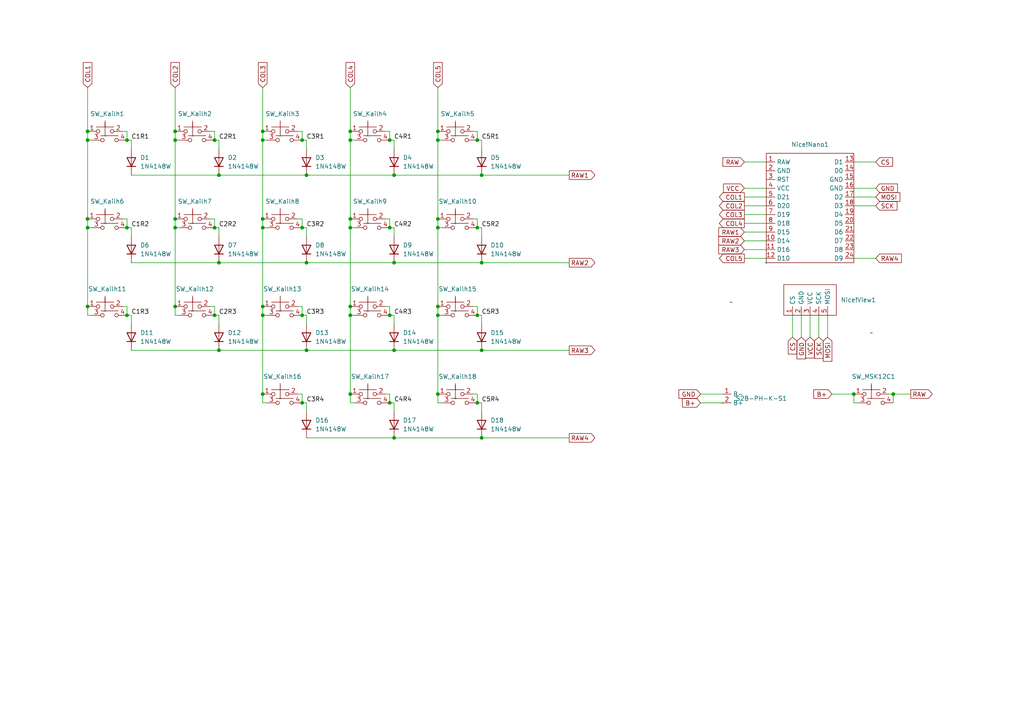
<source format=kicad_sch>
(kicad_sch (version 20230121) (generator eeschema)

  (uuid 7fb81726-5bb9-41cc-a602-ead1b04f238a)

  (paper "A4")

  (lib_symbols
    (symbol "Diode:1N4148W" (pin_numbers hide) (pin_names hide) (in_bom yes) (on_board yes)
      (property "Reference" "D" (at 0 2.54 0)
        (effects (font (size 1.27 1.27)))
      )
      (property "Value" "1N4148W" (at 0 -2.54 0)
        (effects (font (size 1.27 1.27)))
      )
      (property "Footprint" "Diode_SMD:D_SOD-123" (at 0 -4.445 0)
        (effects (font (size 1.27 1.27)) hide)
      )
      (property "Datasheet" "https://www.vishay.com/docs/85748/1n4148w.pdf" (at 0 0 0)
        (effects (font (size 1.27 1.27)) hide)
      )
      (property "Sim.Device" "D" (at 0 0 0)
        (effects (font (size 1.27 1.27)) hide)
      )
      (property "Sim.Pins" "1=K 2=A" (at 0 0 0)
        (effects (font (size 1.27 1.27)) hide)
      )
      (property "ki_keywords" "diode" (at 0 0 0)
        (effects (font (size 1.27 1.27)) hide)
      )
      (property "ki_description" "75V 0.15A Fast Switching Diode, SOD-123" (at 0 0 0)
        (effects (font (size 1.27 1.27)) hide)
      )
      (property "ki_fp_filters" "D*SOD?123*" (at 0 0 0)
        (effects (font (size 1.27 1.27)) hide)
      )
      (symbol "1N4148W_0_1"
        (polyline
          (pts
            (xy -1.27 1.27)
            (xy -1.27 -1.27)
          )
          (stroke (width 0.254) (type default))
          (fill (type none))
        )
        (polyline
          (pts
            (xy 1.27 0)
            (xy -1.27 0)
          )
          (stroke (width 0) (type default))
          (fill (type none))
        )
        (polyline
          (pts
            (xy 1.27 1.27)
            (xy 1.27 -1.27)
            (xy -1.27 0)
            (xy 1.27 1.27)
          )
          (stroke (width 0.254) (type default))
          (fill (type none))
        )
      )
      (symbol "1N4148W_1_1"
        (pin passive line (at -3.81 0 0) (length 2.54)
          (name "K" (effects (font (size 1.27 1.27))))
          (number "1" (effects (font (size 1.27 1.27))))
        )
        (pin passive line (at 3.81 0 180) (length 2.54)
          (name "A" (effects (font (size 1.27 1.27))))
          (number "2" (effects (font (size 1.27 1.27))))
        )
      )
    )
    (symbol "Kbt_symbols:Nice!Nano" (in_bom yes) (on_board yes)
      (property "Reference" "Nice!Nano" (at 12.7 33.02 0)
        (effects (font (size 1.27 1.27)))
      )
      (property "Value" "" (at 0 0 0)
        (effects (font (size 1.27 1.27)))
      )
      (property "Footprint" "Kbt_footprints:Nice!Nano gpio" (at 12.7 -1.27 0)
        (effects (font (size 1.27 1.27)) hide)
      )
      (property "Datasheet" "" (at 0 0 0)
        (effects (font (size 1.27 1.27)) hide)
      )
      (symbol "Nice!Nano_0_1"
        (rectangle (start 0 31.75) (end 25.4 0)
          (stroke (width 0) (type default))
          (fill (type none))
        )
      )
      (symbol "Nice!Nano_1_1"
        (pin bidirectional line (at 0 29.21 0) (length 2.54)
          (name "RAW" (effects (font (size 1.27 1.27))))
          (number "1" (effects (font (size 1.27 1.27))))
        )
        (pin bidirectional line (at 0 6.35 0) (length 2.54)
          (name "D14" (effects (font (size 1.27 1.27))))
          (number "10" (effects (font (size 1.27 1.27))))
        )
        (pin bidirectional line (at 0 3.81 0) (length 2.54)
          (name "D16" (effects (font (size 1.27 1.27))))
          (number "11" (effects (font (size 1.27 1.27))))
        )
        (pin bidirectional line (at 0 1.27 0) (length 2.54)
          (name "D10" (effects (font (size 1.27 1.27))))
          (number "12" (effects (font (size 1.27 1.27))))
        )
        (pin bidirectional line (at 25.4 29.21 180) (length 2.54)
          (name "D1" (effects (font (size 1.27 1.27))))
          (number "13" (effects (font (size 1.27 1.27))))
        )
        (pin bidirectional line (at 25.4 26.67 180) (length 2.54)
          (name "D0" (effects (font (size 1.27 1.27))))
          (number "14" (effects (font (size 1.27 1.27))))
        )
        (pin bidirectional line (at 25.4 24.13 180) (length 2.54)
          (name "GND" (effects (font (size 1.27 1.27))))
          (number "15" (effects (font (size 1.27 1.27))))
        )
        (pin bidirectional line (at 25.4 21.59 180) (length 2.54)
          (name "GND" (effects (font (size 1.27 1.27))))
          (number "16" (effects (font (size 1.27 1.27))))
        )
        (pin bidirectional line (at 25.4 19.05 180) (length 2.54)
          (name "D2" (effects (font (size 1.27 1.27))))
          (number "17" (effects (font (size 1.27 1.27))))
        )
        (pin bidirectional line (at 25.4 16.51 180) (length 2.54)
          (name "D3" (effects (font (size 1.27 1.27))))
          (number "18" (effects (font (size 1.27 1.27))))
        )
        (pin bidirectional line (at 25.4 13.97 180) (length 2.54)
          (name "D4" (effects (font (size 1.27 1.27))))
          (number "19" (effects (font (size 1.27 1.27))))
        )
        (pin bidirectional line (at 0 26.67 0) (length 2.54)
          (name "GND" (effects (font (size 1.27 1.27))))
          (number "2" (effects (font (size 1.27 1.27))))
        )
        (pin bidirectional line (at 25.4 11.43 180) (length 2.54)
          (name "D5" (effects (font (size 1.27 1.27))))
          (number "20" (effects (font (size 1.27 1.27))))
        )
        (pin bidirectional line (at 25.4 8.89 180) (length 2.54)
          (name "D6" (effects (font (size 1.27 1.27))))
          (number "21" (effects (font (size 1.27 1.27))))
        )
        (pin bidirectional line (at 25.4 6.35 180) (length 2.54)
          (name "D7" (effects (font (size 1.27 1.27))))
          (number "22" (effects (font (size 1.27 1.27))))
        )
        (pin bidirectional line (at 25.4 3.81 180) (length 2.54)
          (name "D8" (effects (font (size 1.27 1.27))))
          (number "23" (effects (font (size 1.27 1.27))))
        )
        (pin bidirectional line (at 25.4 1.27 180) (length 2.54)
          (name "D9" (effects (font (size 1.27 1.27))))
          (number "24" (effects (font (size 1.27 1.27))))
        )
        (pin bidirectional line (at 0 24.13 0) (length 2.54)
          (name "RST" (effects (font (size 1.27 1.27))))
          (number "3" (effects (font (size 1.27 1.27))))
        )
        (pin bidirectional line (at 0 21.59 0) (length 2.54)
          (name "VCC" (effects (font (size 1.27 1.27))))
          (number "4" (effects (font (size 1.27 1.27))))
        )
        (pin bidirectional line (at 0 19.05 0) (length 2.54)
          (name "D21" (effects (font (size 1.27 1.27))))
          (number "5" (effects (font (size 1.27 1.27))))
        )
        (pin bidirectional line (at 0 16.51 0) (length 2.54)
          (name "D20" (effects (font (size 1.27 1.27))))
          (number "6" (effects (font (size 1.27 1.27))))
        )
        (pin bidirectional line (at 0 13.97 0) (length 2.54)
          (name "D19" (effects (font (size 1.27 1.27))))
          (number "7" (effects (font (size 1.27 1.27))))
        )
        (pin bidirectional line (at 0 11.43 0) (length 2.54)
          (name "D18" (effects (font (size 1.27 1.27))))
          (number "8" (effects (font (size 1.27 1.27))))
        )
        (pin bidirectional line (at 0 8.89 0) (length 2.54)
          (name "D15" (effects (font (size 1.27 1.27))))
          (number "9" (effects (font (size 1.27 1.27))))
        )
      )
    )
    (symbol "Kbt_symbols:Nice!View" (in_bom yes) (on_board yes)
      (property "Reference" "Nice!View" (at 7.62 10.16 0)
        (effects (font (size 1.27 1.27)))
      )
      (property "Value" "" (at -15.24 3.81 0)
        (effects (font (size 1.27 1.27)))
      )
      (property "Footprint" "Kbt_footprints:Nice!View pins" (at 7.62 -11.43 0)
        (effects (font (size 1.27 1.27)) hide)
      )
      (property "Datasheet" "" (at -15.24 3.81 0)
        (effects (font (size 1.27 1.27)) hide)
      )
      (symbol "Nice!View_0_1"
        (rectangle (start 0 8.89) (end 15.24 0)
          (stroke (width 0) (type default))
          (fill (type none))
        )
      )
      (symbol "Nice!View_1_1"
        (pin bidirectional line (at 2.54 0 90) (length 2.54)
          (name "CS" (effects (font (size 1.27 1.27))))
          (number "1" (effects (font (size 1.27 1.27))))
        )
        (pin bidirectional line (at 5.08 0 90) (length 2.54)
          (name "GND" (effects (font (size 1.27 1.27))))
          (number "2" (effects (font (size 1.27 1.27))))
        )
        (pin bidirectional line (at 7.62 0 90) (length 2.54)
          (name "VCC" (effects (font (size 1.27 1.27))))
          (number "3" (effects (font (size 1.27 1.27))))
        )
        (pin bidirectional line (at 10.16 0 90) (length 2.54)
          (name "SCK" (effects (font (size 1.27 1.27))))
          (number "4" (effects (font (size 1.27 1.27))))
        )
        (pin bidirectional line (at 12.7 0 90) (length 2.54)
          (name "MOSI" (effects (font (size 1.27 1.27))))
          (number "5" (effects (font (size 1.27 1.27))))
        )
      )
    )
    (symbol "Kbt_symbols:S2B-PH-K-S" (in_bom yes) (on_board yes)
      (property "Reference" "S2B-PH-K-S" (at 0 6.35 0)
        (effects (font (size 1.27 1.27)))
      )
      (property "Value" "" (at 0 0 0)
        (effects (font (size 1.27 1.27)))
      )
      (property "Footprint" "Kbt_footprints:S2B-PH-K-S" (at 0 -2.54 0)
        (effects (font (size 1.27 1.27)) hide)
      )
      (property "Datasheet" "" (at 0 0 0)
        (effects (font (size 1.27 1.27)) hide)
      )
      (symbol "S2B-PH-K-S_1_1"
        (pin passive line (at 0 2.54 0) (length 2.54)
          (name "B-" (effects (font (size 1.27 1.27))))
          (number "1" (effects (font (size 1.27 1.27))))
        )
        (pin passive line (at 0 0 0) (length 2.54)
          (name "B+" (effects (font (size 1.27 1.27))))
          (number "2" (effects (font (size 1.27 1.27))))
        )
      )
    )
    (symbol "Kbt_symbols:SW_Kailh_choc_reversible" (in_bom yes) (on_board yes)
      (property "Reference" "SW_Kailh" (at 0 6.35 0)
        (effects (font (size 1.27 1.27)))
      )
      (property "Value" "" (at 0 0 0)
        (effects (font (size 1.27 1.27)))
      )
      (property "Footprint" "Kbt_footprints:Kailh choc switch reversible" (at 0 -3.81 0)
        (effects (font (size 1.27 1.27)) hide)
      )
      (property "Datasheet" "" (at 0 0 0)
        (effects (font (size 1.27 1.27)) hide)
      )
      (symbol "SW_Kailh_choc_reversible_0_1"
        (circle (center -2.032 1.27) (radius 0.508)
          (stroke (width 0) (type default))
          (fill (type none))
        )
        (circle (center -0.762 -1.27) (radius 0.508)
          (stroke (width 0) (type default))
          (fill (type none))
        )
        (polyline
          (pts
            (xy 0 2.54)
            (xy 0 4.318)
          )
          (stroke (width 0) (type default))
          (fill (type none))
        )
        (polyline
          (pts
            (xy 2.54 2.54)
            (xy -2.54 2.54)
          )
          (stroke (width 0) (type default))
          (fill (type none))
        )
        (polyline
          (pts
            (xy 3.81 0)
            (xy -1.27 0)
          )
          (stroke (width 0) (type default))
          (fill (type none))
        )
        (polyline
          (pts
            (xy 0 0)
            (xy 0 3.81)
            (xy 0 2.54)
          )
          (stroke (width 0) (type default))
          (fill (type none))
        )
        (circle (center 2.032 1.27) (radius 0.508)
          (stroke (width 0) (type default))
          (fill (type none))
        )
        (circle (center 3.302 -1.27) (radius 0.508)
          (stroke (width 0) (type default))
          (fill (type none))
        )
      )
      (symbol "SW_Kailh_choc_reversible_1_1"
        (pin passive line (at -5.08 1.27 0) (length 2.54)
          (name "" (effects (font (size 1.27 1.27))))
          (number "1" (effects (font (size 1.27 1.27))))
        )
        (pin passive line (at 5.08 1.27 180) (length 2.54)
          (name "" (effects (font (size 1.27 1.27))))
          (number "2" (effects (font (size 1.27 1.27))))
        )
        (pin passive line (at -3.81 -1.27 0) (length 2.54)
          (name "" (effects (font (size 1.27 1.27))))
          (number "3" (effects (font (size 1.27 1.27))))
        )
        (pin passive line (at 6.35 -1.27 180) (length 2.54)
          (name "" (effects (font (size 1.27 1.27))))
          (number "4" (effects (font (size 1.27 1.27))))
        )
      )
    )
    (symbol "Kbt_symbols:SW_MSK12C02" (in_bom yes) (on_board yes)
      (property "Reference" "SW_MSK12C02" (at 0 6.35 0)
        (effects (font (size 1.27 1.27)))
      )
      (property "Value" "" (at 0 19.05 0)
        (effects (font (size 1.27 1.27)))
      )
      (property "Footprint" "Kbt_footprints:SW_MSK12C02" (at 0 -3.81 0)
        (effects (font (size 1.27 1.27)) hide)
      )
      (property "Datasheet" "" (at 0 19.05 0)
        (effects (font (size 1.27 1.27)) hide)
      )
      (symbol "SW_MSK12C02_0_1"
        (circle (center -2.032 1.27) (radius 0.508)
          (stroke (width 0) (type default))
          (fill (type none))
        )
        (circle (center -0.762 -1.27) (radius 0.508)
          (stroke (width 0) (type default))
          (fill (type none))
        )
        (polyline
          (pts
            (xy 0 2.54)
            (xy 0 4.318)
          )
          (stroke (width 0) (type default))
          (fill (type none))
        )
        (polyline
          (pts
            (xy 2.54 2.54)
            (xy -2.54 2.54)
          )
          (stroke (width 0) (type default))
          (fill (type none))
        )
        (polyline
          (pts
            (xy 3.81 0)
            (xy -1.27 0)
          )
          (stroke (width 0) (type default))
          (fill (type none))
        )
        (polyline
          (pts
            (xy 0 0)
            (xy 0 3.81)
            (xy 0 2.54)
          )
          (stroke (width 0) (type default))
          (fill (type none))
        )
        (circle (center 2.032 1.27) (radius 0.508)
          (stroke (width 0) (type default))
          (fill (type none))
        )
        (circle (center 3.302 -1.27) (radius 0.508)
          (stroke (width 0) (type default))
          (fill (type none))
        )
      )
      (symbol "SW_MSK12C02_1_1"
        (pin passive line (at -5.08 1.27 0) (length 2.54)
          (name "" (effects (font (size 1.27 1.27))))
          (number "1" (effects (font (size 1.27 1.27))))
        )
        (pin passive line (at 5.08 1.27 180) (length 2.54)
          (name "" (effects (font (size 1.27 1.27))))
          (number "2" (effects (font (size 1.27 1.27))))
        )
        (pin passive line (at -3.81 -1.27 0) (length 2.54)
          (name "" (effects (font (size 1.27 1.27))))
          (number "3" (effects (font (size 1.27 1.27))))
        )
        (pin passive line (at 6.35 -1.27 180) (length 2.54)
          (name "" (effects (font (size 1.27 1.27))))
          (number "4" (effects (font (size 1.27 1.27))))
        )
      )
    )
  )

  (junction (at 88.9 101.6) (diameter 0) (color 0 0 0 0)
    (uuid 0291c75c-464f-4262-8baf-3f1c8e6f5aa8)
  )
  (junction (at 25.4 66.04) (diameter 0) (color 0 0 0 0)
    (uuid 063e6065-88b6-4834-bbed-5907bcf7302e)
  )
  (junction (at 259.08 114.3) (diameter 0) (color 0 0 0 0)
    (uuid 0763d0a8-2bde-4793-9581-ec7943bb0db0)
  )
  (junction (at 76.2 63.5) (diameter 0) (color 0 0 0 0)
    (uuid 07d597ef-f53c-4b51-a546-82674185e4a1)
  )
  (junction (at 25.4 88.9) (diameter 0) (color 0 0 0 0)
    (uuid 0add6799-f033-4027-b2df-6425d7f36f6a)
  )
  (junction (at 101.6 38.1) (diameter 0) (color 0 0 0 0)
    (uuid 163842bb-0fc3-4038-914b-3da030a13af3)
  )
  (junction (at 88.9 50.8) (diameter 0) (color 0 0 0 0)
    (uuid 16bfd268-342c-4c82-a0fe-4295b970d249)
  )
  (junction (at 127 63.5) (diameter 0) (color 0 0 0 0)
    (uuid 17167373-f16b-44b9-89bb-d1c576b15b51)
  )
  (junction (at 88.9 76.2) (diameter 0) (color 0 0 0 0)
    (uuid 208909fc-19c4-4495-896c-073931930252)
  )
  (junction (at 50.8 88.9) (diameter 0) (color 0 0 0 0)
    (uuid 20d53799-5f34-4a5d-b9a7-7d05aa1ecad9)
  )
  (junction (at 25.4 40.64) (diameter 0) (color 0 0 0 0)
    (uuid 2703118b-3676-41a3-9a19-b8b9f80ba6e8)
  )
  (junction (at 87.63 66.04) (diameter 0) (color 0 0 0 0)
    (uuid 28b24f75-7290-4722-aa92-ef382b90cc17)
  )
  (junction (at 247.65 114.3) (diameter 0) (color 0 0 0 0)
    (uuid 2a7049bc-9b0a-4149-98f0-23299060fa43)
  )
  (junction (at 127 38.1) (diameter 0) (color 0 0 0 0)
    (uuid 2d7b85a0-c21f-4fd4-a54b-bda4ad22f14b)
  )
  (junction (at 25.4 63.5) (diameter 0) (color 0 0 0 0)
    (uuid 2dada76d-fe9e-43fa-ba8f-3062894c1672)
  )
  (junction (at 50.8 38.1) (diameter 0) (color 0 0 0 0)
    (uuid 2dc6f44b-a5eb-471e-bbe5-827ada31996c)
  )
  (junction (at 76.2 66.04) (diameter 0) (color 0 0 0 0)
    (uuid 2e0b355d-0d75-47ca-a65f-c560713b58c5)
  )
  (junction (at 114.3 101.6) (diameter 0) (color 0 0 0 0)
    (uuid 3212c418-169d-4be6-9371-c4a0dddbda97)
  )
  (junction (at 62.23 66.04) (diameter 0) (color 0 0 0 0)
    (uuid 32f4c7f9-febc-454e-ae5e-e400b35dcb1b)
  )
  (junction (at 76.2 40.64) (diameter 0) (color 0 0 0 0)
    (uuid 333f4dc1-604b-49f7-b924-265a6db51dd6)
  )
  (junction (at 113.03 116.84) (diameter 0) (color 0 0 0 0)
    (uuid 34eeb7b0-16ed-43b3-b888-b477aa5a2f27)
  )
  (junction (at 127 66.04) (diameter 0) (color 0 0 0 0)
    (uuid 354239a6-c6e0-4c4f-87f3-b7dec822e029)
  )
  (junction (at 63.5 101.6) (diameter 0) (color 0 0 0 0)
    (uuid 3610cd76-3494-4712-adc7-58b9852990f2)
  )
  (junction (at 114.3 76.2) (diameter 0) (color 0 0 0 0)
    (uuid 3619efe6-bbd8-4b2d-90ab-91f580b6d1fa)
  )
  (junction (at 62.23 40.64) (diameter 0) (color 0 0 0 0)
    (uuid 45f5b073-2663-4725-be99-d05f2b4f2e40)
  )
  (junction (at 25.4 38.1) (diameter 0) (color 0 0 0 0)
    (uuid 53a010b3-548f-494f-a910-5d23ffa99af1)
  )
  (junction (at 87.63 91.44) (diameter 0) (color 0 0 0 0)
    (uuid 543b6d0d-c180-41a0-9b89-fb367e046b5d)
  )
  (junction (at 139.7 76.2) (diameter 0) (color 0 0 0 0)
    (uuid 5d3c02d0-08c3-43fc-9ad4-81dbb5f67c29)
  )
  (junction (at 138.43 66.04) (diameter 0) (color 0 0 0 0)
    (uuid 615b18bf-3779-4937-8174-a182dd0ee5cd)
  )
  (junction (at 63.5 50.8) (diameter 0) (color 0 0 0 0)
    (uuid 61e10b3b-4dc2-41fa-9743-cbb8264c1d14)
  )
  (junction (at 127 88.9) (diameter 0) (color 0 0 0 0)
    (uuid 63781cc2-9175-426e-9ae4-a7d664be31f3)
  )
  (junction (at 76.2 38.1) (diameter 0) (color 0 0 0 0)
    (uuid 65cfdf4c-8a71-4823-ae73-f3e954aab1f1)
  )
  (junction (at 138.43 116.84) (diameter 0) (color 0 0 0 0)
    (uuid 688814d6-785a-441f-a97f-e5666667de13)
  )
  (junction (at 114.3 127) (diameter 0) (color 0 0 0 0)
    (uuid 6baf6af3-1c5e-44da-8ac9-8a83d63a1797)
  )
  (junction (at 36.83 66.04) (diameter 0) (color 0 0 0 0)
    (uuid 6db35822-dbe5-498a-a34f-3814d3d9148e)
  )
  (junction (at 63.5 76.2) (diameter 0) (color 0 0 0 0)
    (uuid 6dcc6718-f5e3-4343-aecf-9dae11692a7b)
  )
  (junction (at 62.23 91.44) (diameter 0) (color 0 0 0 0)
    (uuid 708f134a-309f-4c84-97c7-2596a2f658d3)
  )
  (junction (at 127 114.3) (diameter 0) (color 0 0 0 0)
    (uuid 71e00313-30f7-4796-99d7-4385d9c5e10f)
  )
  (junction (at 101.6 40.64) (diameter 0) (color 0 0 0 0)
    (uuid 7432da1e-fb32-4c9b-b88b-6947c67fca0e)
  )
  (junction (at 36.83 40.64) (diameter 0) (color 0 0 0 0)
    (uuid 7b6c6a38-3d96-4d53-817d-4a44779a6aef)
  )
  (junction (at 139.7 101.6) (diameter 0) (color 0 0 0 0)
    (uuid 806aa7b5-6d29-41b5-98ee-adbd1a4e6c2b)
  )
  (junction (at 127 91.44) (diameter 0) (color 0 0 0 0)
    (uuid 8774168d-e893-463a-8de0-164420851fae)
  )
  (junction (at 50.8 66.04) (diameter 0) (color 0 0 0 0)
    (uuid 93d20458-2d00-4586-974c-351c9396412f)
  )
  (junction (at 36.83 91.44) (diameter 0) (color 0 0 0 0)
    (uuid 9757c86c-faab-4e23-91a9-b996409d5509)
  )
  (junction (at 101.6 91.44) (diameter 0) (color 0 0 0 0)
    (uuid 977ad902-449e-4acb-81f2-3ce5d579602d)
  )
  (junction (at 114.3 50.8) (diameter 0) (color 0 0 0 0)
    (uuid a55e035d-9ce9-47c9-aafa-7ef265d7888e)
  )
  (junction (at 101.6 114.3) (diameter 0) (color 0 0 0 0)
    (uuid a8d84c0e-7179-4969-ae0d-4307dc12edf0)
  )
  (junction (at 138.43 40.64) (diameter 0) (color 0 0 0 0)
    (uuid b8243f4d-db21-47ad-88e8-b7b7b95c7c44)
  )
  (junction (at 50.8 63.5) (diameter 0) (color 0 0 0 0)
    (uuid c0544a55-276f-4caf-87bd-0e71f2e1f40e)
  )
  (junction (at 76.2 114.3) (diameter 0) (color 0 0 0 0)
    (uuid c753bd05-cb03-41d4-a629-27dd7354b87f)
  )
  (junction (at 113.03 91.44) (diameter 0) (color 0 0 0 0)
    (uuid d0302bf3-4ab3-4c2b-9636-5f57e5578ac8)
  )
  (junction (at 101.6 66.04) (diameter 0) (color 0 0 0 0)
    (uuid d23c1f90-0354-426c-b510-c2ddce0945de)
  )
  (junction (at 87.63 116.84) (diameter 0) (color 0 0 0 0)
    (uuid d2e65482-d5f1-4dda-a7e0-96acb1dd94c8)
  )
  (junction (at 139.7 50.8) (diameter 0) (color 0 0 0 0)
    (uuid d68f91f8-619d-4634-b6e9-62205986805e)
  )
  (junction (at 76.2 88.9) (diameter 0) (color 0 0 0 0)
    (uuid dbfaa8c4-cbfe-42a0-90e8-2fee4da79556)
  )
  (junction (at 87.63 40.64) (diameter 0) (color 0 0 0 0)
    (uuid def98e19-d9e0-4466-b4d7-22878a49c80f)
  )
  (junction (at 101.6 88.9) (diameter 0) (color 0 0 0 0)
    (uuid e4ca8a91-9764-4d0d-a376-d8019bd71102)
  )
  (junction (at 50.8 40.64) (diameter 0) (color 0 0 0 0)
    (uuid e83ad426-6a1a-4a33-b0ee-885519e45e89)
  )
  (junction (at 113.03 66.04) (diameter 0) (color 0 0 0 0)
    (uuid e9e74195-912e-4d2f-9c26-7f6ff4561582)
  )
  (junction (at 76.2 91.44) (diameter 0) (color 0 0 0 0)
    (uuid eb4fc070-95be-4cb9-92a7-2721c79b750c)
  )
  (junction (at 127 40.64) (diameter 0) (color 0 0 0 0)
    (uuid ee1b9232-bed0-4b8d-838d-b00c10e61d8f)
  )
  (junction (at 113.03 40.64) (diameter 0) (color 0 0 0 0)
    (uuid f9ad86d4-7fac-482e-807e-df7296136e3c)
  )
  (junction (at 101.6 63.5) (diameter 0) (color 0 0 0 0)
    (uuid fa0bf959-3fdf-4b48-9d49-446de31089e5)
  )
  (junction (at 139.7 127) (diameter 0) (color 0 0 0 0)
    (uuid fa8f4d09-4c84-4de6-89d8-f5eb9fa84751)
  )
  (junction (at 138.43 91.44) (diameter 0) (color 0 0 0 0)
    (uuid fc6061c4-9a0b-42a1-870b-b5f9826921b1)
  )

  (wire (pts (xy 76.2 88.9) (xy 76.2 91.44))
    (stroke (width 0) (type default))
    (uuid 00b653b6-4f15-4e2c-8813-bb62e428f481)
  )
  (wire (pts (xy 215.9 67.31) (xy 222.25 67.31))
    (stroke (width 0) (type default))
    (uuid 00c845f0-f6fa-461d-8c50-0a88849cd622)
  )
  (wire (pts (xy 101.6 66.04) (xy 101.6 88.9))
    (stroke (width 0) (type default))
    (uuid 011eacaa-12ef-4936-a5b7-f44f104e76ad)
  )
  (wire (pts (xy 50.8 88.9) (xy 50.8 91.44))
    (stroke (width 0) (type default))
    (uuid 02d4063d-eded-4b5b-9f6d-e7b007e5b392)
  )
  (wire (pts (xy 88.9 101.6) (xy 114.3 101.6))
    (stroke (width 0) (type default))
    (uuid 03706029-aa39-46b7-94a8-085c3e2434d3)
  )
  (wire (pts (xy 76.2 38.1) (xy 76.2 40.64))
    (stroke (width 0) (type default))
    (uuid 03d4fbaf-17fd-49cd-a751-0840d880a274)
  )
  (wire (pts (xy 247.65 57.15) (xy 254 57.15))
    (stroke (width 0) (type default))
    (uuid 07086f96-56b5-453c-ac62-0f7409e02879)
  )
  (wire (pts (xy 127 25.4) (xy 127 38.1))
    (stroke (width 0) (type default))
    (uuid 0768810e-0038-4180-b2dd-eb5c1a6de203)
  )
  (wire (pts (xy 113.03 38.1) (xy 113.03 40.64))
    (stroke (width 0) (type default))
    (uuid 0da37d7c-9386-4414-b0fd-06c3c6db21e9)
  )
  (wire (pts (xy 101.6 114.3) (xy 101.6 116.84))
    (stroke (width 0) (type default))
    (uuid 0e01c0b5-fe8a-44b7-a0ae-8ac20df0ae7d)
  )
  (wire (pts (xy 62.23 40.64) (xy 63.5 40.64))
    (stroke (width 0) (type default))
    (uuid 0e57e1b3-5339-4b9c-b3dd-242596b4616d)
  )
  (wire (pts (xy 114.3 101.6) (xy 139.7 101.6))
    (stroke (width 0) (type default))
    (uuid 13b21af4-49d6-4578-9781-f56e635b50aa)
  )
  (wire (pts (xy 88.9 116.84) (xy 88.9 119.38))
    (stroke (width 0) (type default))
    (uuid 140e30df-22b9-4fca-be64-62f7c5be3011)
  )
  (wire (pts (xy 60.96 38.1) (xy 62.23 38.1))
    (stroke (width 0) (type default))
    (uuid 15d98983-3025-4672-bceb-15a99f2a5368)
  )
  (wire (pts (xy 50.8 25.4) (xy 50.8 38.1))
    (stroke (width 0) (type default))
    (uuid 17fa0f78-95cd-43e2-b310-7c563e28f583)
  )
  (wire (pts (xy 215.9 74.93) (xy 222.25 74.93))
    (stroke (width 0) (type default))
    (uuid 181421bc-ee8f-4958-8d8c-7d78a48ecbc3)
  )
  (wire (pts (xy 38.1 101.6) (xy 63.5 101.6))
    (stroke (width 0) (type default))
    (uuid 1bc60e20-71c5-4532-973a-68dd2a720012)
  )
  (wire (pts (xy 38.1 91.44) (xy 38.1 93.98))
    (stroke (width 0) (type default))
    (uuid 1bd1fdbe-effc-4a46-8783-5b58d9f87ee0)
  )
  (wire (pts (xy 139.7 116.84) (xy 139.7 119.38))
    (stroke (width 0) (type default))
    (uuid 1c780304-be6e-4b2f-ba46-dcfb006d735e)
  )
  (wire (pts (xy 86.36 38.1) (xy 87.63 38.1))
    (stroke (width 0) (type default))
    (uuid 1d7caeb6-64c9-4a44-8938-5d94f61ff88f)
  )
  (wire (pts (xy 76.2 116.84) (xy 77.47 116.84))
    (stroke (width 0) (type default))
    (uuid 1eef6a69-0df8-4e0b-aa5f-850378517e2b)
  )
  (wire (pts (xy 259.08 114.3) (xy 259.08 116.84))
    (stroke (width 0) (type default))
    (uuid 22331b1c-d530-417d-bf8f-1489659c8ca3)
  )
  (wire (pts (xy 215.9 46.99) (xy 222.25 46.99))
    (stroke (width 0) (type default))
    (uuid 226a8fa4-f5ab-4a6a-a7cd-5b8bb6ad8df7)
  )
  (wire (pts (xy 60.96 88.9) (xy 62.23 88.9))
    (stroke (width 0) (type default))
    (uuid 23193786-d037-4a3f-a283-6475d0914b71)
  )
  (wire (pts (xy 111.76 88.9) (xy 113.03 88.9))
    (stroke (width 0) (type default))
    (uuid 239bda0f-e363-4637-99ed-9e00dc14c933)
  )
  (wire (pts (xy 76.2 91.44) (xy 76.2 114.3))
    (stroke (width 0) (type default))
    (uuid 2479f659-5676-40ff-aa08-f1a8774f97fb)
  )
  (wire (pts (xy 127 116.84) (xy 128.27 116.84))
    (stroke (width 0) (type default))
    (uuid 2536dd0d-a063-413f-8ec8-27d8600cad13)
  )
  (wire (pts (xy 203.2 116.84) (xy 209.55 116.84))
    (stroke (width 0) (type default))
    (uuid 26194522-56d0-40e7-9c89-708ea64757c7)
  )
  (wire (pts (xy 76.2 66.04) (xy 77.47 66.04))
    (stroke (width 0) (type default))
    (uuid 2682ccfd-beb9-4c15-9343-e8ee3da29e9c)
  )
  (wire (pts (xy 259.08 114.3) (xy 264.16 114.3))
    (stroke (width 0) (type default))
    (uuid 2b1e689d-6cdb-4938-bfbb-6669c2896d97)
  )
  (wire (pts (xy 25.4 63.5) (xy 25.4 66.04))
    (stroke (width 0) (type default))
    (uuid 2bc53dd2-704f-4a30-8231-5931912dfd5e)
  )
  (wire (pts (xy 237.49 91.44) (xy 237.49 97.79))
    (stroke (width 0) (type default))
    (uuid 2cce60d9-b5e7-4aeb-9c90-6b8cd14c94a1)
  )
  (wire (pts (xy 113.03 40.64) (xy 114.3 40.64))
    (stroke (width 0) (type default))
    (uuid 2e9b0fb4-9ed1-49cb-ac0f-7bf714a7e9a4)
  )
  (wire (pts (xy 137.16 63.5) (xy 138.43 63.5))
    (stroke (width 0) (type default))
    (uuid 30e5f941-a288-4a6b-b146-f92cf4848a44)
  )
  (wire (pts (xy 137.16 38.1) (xy 138.43 38.1))
    (stroke (width 0) (type default))
    (uuid 34944c07-8510-4807-8805-6b76259aff3f)
  )
  (wire (pts (xy 50.8 40.64) (xy 50.8 63.5))
    (stroke (width 0) (type default))
    (uuid 34f56632-e87c-4d76-90f9-07defc506b6d)
  )
  (wire (pts (xy 138.43 91.44) (xy 139.7 91.44))
    (stroke (width 0) (type default))
    (uuid 37e44af9-e488-4252-ab7e-dca0ae419358)
  )
  (wire (pts (xy 138.43 63.5) (xy 138.43 66.04))
    (stroke (width 0) (type default))
    (uuid 39e6fa68-d1a8-487b-a6f8-bd12d3dc0c78)
  )
  (wire (pts (xy 62.23 91.44) (xy 63.5 91.44))
    (stroke (width 0) (type default))
    (uuid 3b8153dd-a682-44c2-a2a7-983210d63a61)
  )
  (wire (pts (xy 63.5 76.2) (xy 88.9 76.2))
    (stroke (width 0) (type default))
    (uuid 3fc0315c-91e3-478e-a938-09238454fe61)
  )
  (wire (pts (xy 127 63.5) (xy 127 66.04))
    (stroke (width 0) (type default))
    (uuid 44c1d472-d197-4d78-8759-d79057f40b00)
  )
  (wire (pts (xy 139.7 101.6) (xy 165.1 101.6))
    (stroke (width 0) (type default))
    (uuid 46f8a691-6d44-4de9-b789-916e16f93608)
  )
  (wire (pts (xy 137.16 88.9) (xy 138.43 88.9))
    (stroke (width 0) (type default))
    (uuid 481d969a-aeb4-4e9f-a97a-fc10c735eb36)
  )
  (wire (pts (xy 114.3 127) (xy 139.7 127))
    (stroke (width 0) (type default))
    (uuid 48769806-0c3e-4e78-a281-9592d7e59ae8)
  )
  (wire (pts (xy 88.9 50.8) (xy 114.3 50.8))
    (stroke (width 0) (type default))
    (uuid 48d046f3-4ddf-4474-bb62-4498fff1a612)
  )
  (wire (pts (xy 25.4 66.04) (xy 26.67 66.04))
    (stroke (width 0) (type default))
    (uuid 499764af-4fa6-4449-be6b-b0b79a07cd75)
  )
  (wire (pts (xy 87.63 40.64) (xy 88.9 40.64))
    (stroke (width 0) (type default))
    (uuid 49d89668-569d-4cd5-b43d-8f8258972a29)
  )
  (wire (pts (xy 50.8 66.04) (xy 50.8 88.9))
    (stroke (width 0) (type default))
    (uuid 4b89275c-fe87-409f-899b-b47d683d7736)
  )
  (wire (pts (xy 127 40.64) (xy 128.27 40.64))
    (stroke (width 0) (type default))
    (uuid 4ce434d0-6d3d-4ab6-9883-7b72ab4515f1)
  )
  (wire (pts (xy 257.81 114.3) (xy 259.08 114.3))
    (stroke (width 0) (type default))
    (uuid 4d7fa373-8368-4947-b445-1e942df81bef)
  )
  (wire (pts (xy 36.83 38.1) (xy 36.83 40.64))
    (stroke (width 0) (type default))
    (uuid 51b6c908-f281-4a30-84b6-e0bca3b40de8)
  )
  (wire (pts (xy 35.56 88.9) (xy 36.83 88.9))
    (stroke (width 0) (type default))
    (uuid 52b05365-f3eb-42d0-87cf-25ae4ca3b0b1)
  )
  (wire (pts (xy 88.9 40.64) (xy 88.9 43.18))
    (stroke (width 0) (type default))
    (uuid 56698044-97e6-4078-b7aa-676ecab8156c)
  )
  (wire (pts (xy 139.7 91.44) (xy 139.7 93.98))
    (stroke (width 0) (type default))
    (uuid 573dbd7d-f89b-4e97-8cb0-3bfb46eb41d6)
  )
  (wire (pts (xy 88.9 76.2) (xy 114.3 76.2))
    (stroke (width 0) (type default))
    (uuid 57eea4d9-f692-4222-a48d-1197cbe7c59f)
  )
  (wire (pts (xy 76.2 25.4) (xy 76.2 38.1))
    (stroke (width 0) (type default))
    (uuid 598054dd-a3ef-4dfd-9c35-fa3829e21740)
  )
  (wire (pts (xy 113.03 114.3) (xy 113.03 116.84))
    (stroke (width 0) (type default))
    (uuid 5af82d1e-1013-4579-9e78-329424f6e5db)
  )
  (wire (pts (xy 76.2 66.04) (xy 76.2 88.9))
    (stroke (width 0) (type default))
    (uuid 5b081dee-afd4-4ee4-bcd5-9e2ecedb7512)
  )
  (wire (pts (xy 247.65 59.69) (xy 254 59.69))
    (stroke (width 0) (type default))
    (uuid 5d289f31-9e2c-4a96-9b35-c1f5025ff670)
  )
  (wire (pts (xy 63.5 40.64) (xy 63.5 43.18))
    (stroke (width 0) (type default))
    (uuid 5faedd07-d36b-41ad-a2a1-0fe8075c3708)
  )
  (wire (pts (xy 114.3 50.8) (xy 139.7 50.8))
    (stroke (width 0) (type default))
    (uuid 66cab702-d8a1-4148-91f9-bcb84e2e0bf1)
  )
  (wire (pts (xy 229.87 91.44) (xy 229.87 97.79))
    (stroke (width 0) (type default))
    (uuid 6887f7d9-b5e4-496c-8ef2-98000ff11530)
  )
  (wire (pts (xy 113.03 91.44) (xy 114.3 91.44))
    (stroke (width 0) (type default))
    (uuid 68cfdcda-ba51-4468-a2d4-64f0a730ca86)
  )
  (wire (pts (xy 127 114.3) (xy 127 116.84))
    (stroke (width 0) (type default))
    (uuid 6a45db27-f12f-40d9-8009-c2169d47e53b)
  )
  (wire (pts (xy 38.1 50.8) (xy 63.5 50.8))
    (stroke (width 0) (type default))
    (uuid 6b2d84b5-a7ea-479c-9d8d-348cd9bc8bcd)
  )
  (wire (pts (xy 247.65 54.61) (xy 254 54.61))
    (stroke (width 0) (type default))
    (uuid 6bd4d561-e596-4d77-88aa-d45e761cd699)
  )
  (wire (pts (xy 101.6 40.64) (xy 101.6 63.5))
    (stroke (width 0) (type default))
    (uuid 6c4757ab-059d-4e4a-9dcf-ab21b6eda116)
  )
  (wire (pts (xy 114.3 40.64) (xy 114.3 43.18))
    (stroke (width 0) (type default))
    (uuid 6c47b137-99d7-4744-9717-e784717f2d4f)
  )
  (wire (pts (xy 127 66.04) (xy 127 88.9))
    (stroke (width 0) (type default))
    (uuid 6ceb4fb9-2531-4ad5-b58d-d72458c349a1)
  )
  (wire (pts (xy 50.8 38.1) (xy 50.8 40.64))
    (stroke (width 0) (type default))
    (uuid 6db60ca1-35c1-4945-a257-eae4bb11eb22)
  )
  (wire (pts (xy 25.4 91.44) (xy 26.67 91.44))
    (stroke (width 0) (type default))
    (uuid 7047aacb-2e7d-4a7e-8aee-aa2dab6cda16)
  )
  (wire (pts (xy 127 88.9) (xy 127 91.44))
    (stroke (width 0) (type default))
    (uuid 7083cc15-6f65-4af1-b0db-3555c2faea33)
  )
  (wire (pts (xy 62.23 63.5) (xy 62.23 66.04))
    (stroke (width 0) (type default))
    (uuid 715bd6f5-5f08-4455-a899-265ed5e8a1b4)
  )
  (wire (pts (xy 101.6 91.44) (xy 101.6 114.3))
    (stroke (width 0) (type default))
    (uuid 7288a6cf-2b8c-480d-a251-4114ce71a0ee)
  )
  (wire (pts (xy 101.6 91.44) (xy 102.87 91.44))
    (stroke (width 0) (type default))
    (uuid 74337165-43c3-4991-a084-d4f4c2ab585d)
  )
  (wire (pts (xy 111.76 38.1) (xy 113.03 38.1))
    (stroke (width 0) (type default))
    (uuid 76036992-f978-4ae5-bd79-f0c5a45a9521)
  )
  (wire (pts (xy 35.56 63.5) (xy 36.83 63.5))
    (stroke (width 0) (type default))
    (uuid 76912f83-d4f1-4630-a6ce-f48f46706066)
  )
  (wire (pts (xy 215.9 57.15) (xy 222.25 57.15))
    (stroke (width 0) (type default))
    (uuid 77696baf-3266-45c5-ab3a-d2e9cc51c58a)
  )
  (wire (pts (xy 215.9 62.23) (xy 222.25 62.23))
    (stroke (width 0) (type default))
    (uuid 78895d54-9af2-4d6a-b984-dbf2bc41707b)
  )
  (wire (pts (xy 36.83 40.64) (xy 38.1 40.64))
    (stroke (width 0) (type default))
    (uuid 78d10a0a-27c4-4da4-bd32-3fa2d8092fac)
  )
  (wire (pts (xy 215.9 72.39) (xy 222.25 72.39))
    (stroke (width 0) (type default))
    (uuid 7bd432a8-cf55-491d-9484-6c1b39de5879)
  )
  (wire (pts (xy 101.6 116.84) (xy 102.87 116.84))
    (stroke (width 0) (type default))
    (uuid 7c6014d3-316f-43b6-9369-4d3c7b0f2843)
  )
  (wire (pts (xy 138.43 38.1) (xy 138.43 40.64))
    (stroke (width 0) (type default))
    (uuid 7d5a0ad1-9caa-4187-b329-1bbdbda976b5)
  )
  (wire (pts (xy 36.83 63.5) (xy 36.83 66.04))
    (stroke (width 0) (type default))
    (uuid 7d76e806-7643-47e3-8915-dfa68c287010)
  )
  (wire (pts (xy 62.23 38.1) (xy 62.23 40.64))
    (stroke (width 0) (type default))
    (uuid 80f1e7ca-bf33-46ab-bb7f-46d5e6acb38a)
  )
  (wire (pts (xy 88.9 66.04) (xy 88.9 68.58))
    (stroke (width 0) (type default))
    (uuid 81ccacc5-8abe-4907-a01e-598785fe0a04)
  )
  (wire (pts (xy 88.9 127) (xy 114.3 127))
    (stroke (width 0) (type default))
    (uuid 82edbcbb-70f6-4786-98ba-276dfff29af4)
  )
  (wire (pts (xy 25.4 25.4) (xy 25.4 38.1))
    (stroke (width 0) (type default))
    (uuid 83f3d32c-45db-4b09-b24e-97f3defa5405)
  )
  (wire (pts (xy 138.43 66.04) (xy 139.7 66.04))
    (stroke (width 0) (type default))
    (uuid 84bdd8ac-78db-419b-817a-b7b718c33510)
  )
  (wire (pts (xy 203.2 114.3) (xy 209.55 114.3))
    (stroke (width 0) (type default))
    (uuid 87479b24-f838-4157-ad2a-8f9631831c15)
  )
  (wire (pts (xy 38.1 66.04) (xy 38.1 68.58))
    (stroke (width 0) (type default))
    (uuid 881c9ca6-6941-4839-b287-625b17dfa9f3)
  )
  (wire (pts (xy 215.9 64.77) (xy 222.25 64.77))
    (stroke (width 0) (type default))
    (uuid 8936412d-630d-4667-b246-90aa2ffb007c)
  )
  (wire (pts (xy 86.36 88.9) (xy 87.63 88.9))
    (stroke (width 0) (type default))
    (uuid 89b4fbda-80e9-48c0-93fd-b75552181baa)
  )
  (wire (pts (xy 87.63 116.84) (xy 88.9 116.84))
    (stroke (width 0) (type default))
    (uuid 8a55b16a-7ba6-4541-86d7-3ccb87eb0acd)
  )
  (wire (pts (xy 76.2 114.3) (xy 76.2 116.84))
    (stroke (width 0) (type default))
    (uuid 8df50582-0a04-47ab-ab27-f36961dead33)
  )
  (wire (pts (xy 139.7 66.04) (xy 139.7 68.58))
    (stroke (width 0) (type default))
    (uuid 9badba38-49c3-47a7-a71d-cfb2fda8deae)
  )
  (wire (pts (xy 247.65 114.3) (xy 247.65 116.84))
    (stroke (width 0) (type default))
    (uuid 9c7ba5ee-26cb-4a78-ac87-b8cec4bfa778)
  )
  (wire (pts (xy 87.63 88.9) (xy 87.63 91.44))
    (stroke (width 0) (type default))
    (uuid 9cd0339d-28e7-466c-a9bd-11c630bffbd8)
  )
  (wire (pts (xy 101.6 66.04) (xy 102.87 66.04))
    (stroke (width 0) (type default))
    (uuid 9d1ae42f-2a20-45c5-8b6d-70b29bb44271)
  )
  (wire (pts (xy 234.95 91.44) (xy 234.95 97.79))
    (stroke (width 0) (type default))
    (uuid a1be7d2f-e085-42ec-930a-042c299d2354)
  )
  (wire (pts (xy 139.7 127) (xy 165.1 127))
    (stroke (width 0) (type default))
    (uuid a452aaea-26e1-4b9e-a70a-2f0acf7996f3)
  )
  (wire (pts (xy 113.03 88.9) (xy 113.03 91.44))
    (stroke (width 0) (type default))
    (uuid a68e88f5-7409-4d9a-9e9d-87d468a248e0)
  )
  (wire (pts (xy 114.3 91.44) (xy 114.3 93.98))
    (stroke (width 0) (type default))
    (uuid a84c8993-f18e-49eb-b93b-85b671ce5a80)
  )
  (wire (pts (xy 76.2 91.44) (xy 77.47 91.44))
    (stroke (width 0) (type default))
    (uuid a874fb13-1326-4e1a-a082-0f45afb2481b)
  )
  (wire (pts (xy 101.6 63.5) (xy 101.6 66.04))
    (stroke (width 0) (type default))
    (uuid a87b88b4-14c4-4fc2-8b9e-6bcc6bef3d27)
  )
  (wire (pts (xy 50.8 91.44) (xy 52.07 91.44))
    (stroke (width 0) (type default))
    (uuid a906efa8-374f-4de0-b936-2565b19b748e)
  )
  (wire (pts (xy 111.76 114.3) (xy 113.03 114.3))
    (stroke (width 0) (type default))
    (uuid a920a561-c837-40ba-9229-ae836eb40fec)
  )
  (wire (pts (xy 215.9 69.85) (xy 222.25 69.85))
    (stroke (width 0) (type default))
    (uuid aa6b6938-a023-48e6-8681-a16ad081fd16)
  )
  (wire (pts (xy 114.3 76.2) (xy 139.7 76.2))
    (stroke (width 0) (type default))
    (uuid aae05e1a-9c6a-4859-9555-15dba1a7bfff)
  )
  (wire (pts (xy 76.2 63.5) (xy 76.2 66.04))
    (stroke (width 0) (type default))
    (uuid aae3eacd-b340-463f-95b0-0f94a2a09ba5)
  )
  (wire (pts (xy 25.4 88.9) (xy 25.4 91.44))
    (stroke (width 0) (type default))
    (uuid ab080261-ffdb-46d9-948a-816817503c32)
  )
  (wire (pts (xy 113.03 116.84) (xy 114.3 116.84))
    (stroke (width 0) (type default))
    (uuid af77376d-eaa5-46ba-ab93-0d2ef67a3cf9)
  )
  (wire (pts (xy 127 38.1) (xy 127 40.64))
    (stroke (width 0) (type default))
    (uuid b04739b7-5778-4fd7-aef0-33b497048722)
  )
  (wire (pts (xy 62.23 66.04) (xy 63.5 66.04))
    (stroke (width 0) (type default))
    (uuid b070aeac-2676-429f-b709-381261a4f187)
  )
  (wire (pts (xy 86.36 114.3) (xy 87.63 114.3))
    (stroke (width 0) (type default))
    (uuid b43cc036-4928-4428-8f17-05a768efd184)
  )
  (wire (pts (xy 36.83 66.04) (xy 38.1 66.04))
    (stroke (width 0) (type default))
    (uuid b4f9ad75-7eb5-4714-bd84-52a720e6d569)
  )
  (wire (pts (xy 63.5 91.44) (xy 63.5 93.98))
    (stroke (width 0) (type default))
    (uuid b53ad0bf-6186-4b0f-a4aa-d00bbd1a40cb)
  )
  (wire (pts (xy 50.8 66.04) (xy 52.07 66.04))
    (stroke (width 0) (type default))
    (uuid ba40f128-4e13-46b6-90e6-c779d0a66ea3)
  )
  (wire (pts (xy 60.96 63.5) (xy 62.23 63.5))
    (stroke (width 0) (type default))
    (uuid bc48600c-d8ed-4923-9162-4f77f948457a)
  )
  (wire (pts (xy 76.2 40.64) (xy 76.2 63.5))
    (stroke (width 0) (type default))
    (uuid bde52cf5-6c6c-4c21-8368-bc64cc74d4f9)
  )
  (wire (pts (xy 63.5 50.8) (xy 88.9 50.8))
    (stroke (width 0) (type default))
    (uuid c19ee720-5b5b-48aa-b380-9099e547b186)
  )
  (wire (pts (xy 215.9 59.69) (xy 222.25 59.69))
    (stroke (width 0) (type default))
    (uuid c2ade8dd-c48e-4c03-b04f-d1e55252dc63)
  )
  (wire (pts (xy 138.43 116.84) (xy 139.7 116.84))
    (stroke (width 0) (type default))
    (uuid c4747455-057f-44e5-afbb-f284f68f79a2)
  )
  (wire (pts (xy 127 91.44) (xy 128.27 91.44))
    (stroke (width 0) (type default))
    (uuid c6db7d2c-148f-49cd-8ba7-a8143e20b1b0)
  )
  (wire (pts (xy 50.8 40.64) (xy 52.07 40.64))
    (stroke (width 0) (type default))
    (uuid c8715ab6-c76b-496a-928b-06456d8a41b6)
  )
  (wire (pts (xy 138.43 40.64) (xy 139.7 40.64))
    (stroke (width 0) (type default))
    (uuid cc5e4c4f-183c-4d93-b2c4-896bc356b1c5)
  )
  (wire (pts (xy 25.4 40.64) (xy 26.67 40.64))
    (stroke (width 0) (type default))
    (uuid ccff01b8-ead9-42a3-ba06-84ae35cc559b)
  )
  (wire (pts (xy 139.7 40.64) (xy 139.7 43.18))
    (stroke (width 0) (type default))
    (uuid ce83f037-bbc4-40a7-8201-9117f76ef25f)
  )
  (wire (pts (xy 25.4 40.64) (xy 25.4 63.5))
    (stroke (width 0) (type default))
    (uuid d079a001-178e-49af-a35c-1368bba97c22)
  )
  (wire (pts (xy 87.63 91.44) (xy 88.9 91.44))
    (stroke (width 0) (type default))
    (uuid d0b113fd-bc45-479c-889d-b6812b7462c9)
  )
  (wire (pts (xy 127 91.44) (xy 127 114.3))
    (stroke (width 0) (type default))
    (uuid d1f40ef6-eade-46a3-9038-f652ddbe7219)
  )
  (wire (pts (xy 38.1 40.64) (xy 38.1 43.18))
    (stroke (width 0) (type default))
    (uuid d46ce31b-0bd8-491d-a2db-afb87bbbf575)
  )
  (wire (pts (xy 35.56 38.1) (xy 36.83 38.1))
    (stroke (width 0) (type default))
    (uuid d4be011d-d9df-48a0-b701-337147fbfa3f)
  )
  (wire (pts (xy 87.63 38.1) (xy 87.63 40.64))
    (stroke (width 0) (type default))
    (uuid d5b2f16e-a7b2-4fd2-874a-5e14c335cfcc)
  )
  (wire (pts (xy 36.83 91.44) (xy 38.1 91.44))
    (stroke (width 0) (type default))
    (uuid d61218be-4513-439f-9032-f009622715eb)
  )
  (wire (pts (xy 87.63 63.5) (xy 87.63 66.04))
    (stroke (width 0) (type default))
    (uuid d743449a-66c8-432d-a47d-9d6e380588e6)
  )
  (wire (pts (xy 137.16 114.3) (xy 138.43 114.3))
    (stroke (width 0) (type default))
    (uuid d7b886da-8b61-4bab-825f-9546ae4d2f7f)
  )
  (wire (pts (xy 138.43 88.9) (xy 138.43 91.44))
    (stroke (width 0) (type default))
    (uuid d8beb07d-ae8c-49e3-a83b-9c3204e9cb15)
  )
  (wire (pts (xy 247.65 116.84) (xy 248.92 116.84))
    (stroke (width 0) (type default))
    (uuid dd1766dc-ec67-42ed-b4e6-c6480509c59d)
  )
  (wire (pts (xy 101.6 25.4) (xy 101.6 38.1))
    (stroke (width 0) (type default))
    (uuid de799ed2-c020-4066-80c4-107e33d4e275)
  )
  (wire (pts (xy 111.76 63.5) (xy 113.03 63.5))
    (stroke (width 0) (type default))
    (uuid de8b234f-7110-4d2c-ace1-656f4ce369b4)
  )
  (wire (pts (xy 139.7 50.8) (xy 165.1 50.8))
    (stroke (width 0) (type default))
    (uuid df3fa83d-444c-4a12-975b-69bf8e952e32)
  )
  (wire (pts (xy 101.6 38.1) (xy 101.6 40.64))
    (stroke (width 0) (type default))
    (uuid dfb5b717-1e50-42f2-a001-204e5c27ab82)
  )
  (wire (pts (xy 247.65 74.93) (xy 254 74.93))
    (stroke (width 0) (type default))
    (uuid e059cf02-fd4f-47fb-9cc9-9ae721c273b7)
  )
  (wire (pts (xy 87.63 66.04) (xy 88.9 66.04))
    (stroke (width 0) (type default))
    (uuid e0f661c3-f9bb-4520-b88a-a2a833e2d28d)
  )
  (wire (pts (xy 63.5 101.6) (xy 88.9 101.6))
    (stroke (width 0) (type default))
    (uuid e167d1a3-f582-4db7-9637-767355815b75)
  )
  (wire (pts (xy 86.36 63.5) (xy 87.63 63.5))
    (stroke (width 0) (type default))
    (uuid e37a0433-90d0-4bab-b8b3-0b569b02ef3b)
  )
  (wire (pts (xy 62.23 88.9) (xy 62.23 91.44))
    (stroke (width 0) (type default))
    (uuid e4248fb4-ce62-454f-95f1-59f4892fdaa8)
  )
  (wire (pts (xy 25.4 66.04) (xy 25.4 88.9))
    (stroke (width 0) (type default))
    (uuid e43a208e-1654-4c43-b4dd-66b4c8264df7)
  )
  (wire (pts (xy 138.43 114.3) (xy 138.43 116.84))
    (stroke (width 0) (type default))
    (uuid e46b8f59-e63a-4542-b367-cf2f7abec1bc)
  )
  (wire (pts (xy 101.6 88.9) (xy 101.6 91.44))
    (stroke (width 0) (type default))
    (uuid e5e97dd3-c7d5-4bf8-941d-f5dbff61efff)
  )
  (wire (pts (xy 247.65 46.99) (xy 254 46.99))
    (stroke (width 0) (type default))
    (uuid e70b45df-c834-401d-a7d3-dbb6d6398ed5)
  )
  (wire (pts (xy 87.63 114.3) (xy 87.63 116.84))
    (stroke (width 0) (type default))
    (uuid e757c088-a999-461b-9f95-68acaf7b61b8)
  )
  (wire (pts (xy 88.9 91.44) (xy 88.9 93.98))
    (stroke (width 0) (type default))
    (uuid e9ad2e26-53d8-4157-ab60-3d7d514f9173)
  )
  (wire (pts (xy 114.3 116.84) (xy 114.3 119.38))
    (stroke (width 0) (type default))
    (uuid ea8bc5c3-b5e9-4c1e-ae8d-749767a714ae)
  )
  (wire (pts (xy 127 66.04) (xy 128.27 66.04))
    (stroke (width 0) (type default))
    (uuid eb2306ce-da4c-496e-b452-c3abd2003a0a)
  )
  (wire (pts (xy 113.03 63.5) (xy 113.03 66.04))
    (stroke (width 0) (type default))
    (uuid efc30bc8-e997-41c6-96bb-7245727f7c63)
  )
  (wire (pts (xy 50.8 63.5) (xy 50.8 66.04))
    (stroke (width 0) (type default))
    (uuid f07635a2-23aa-4aed-be12-c74634f5e986)
  )
  (wire (pts (xy 114.3 66.04) (xy 114.3 68.58))
    (stroke (width 0) (type default))
    (uuid f1bf807d-9b3b-44e6-9bcb-b5ad16530646)
  )
  (wire (pts (xy 139.7 76.2) (xy 165.1 76.2))
    (stroke (width 0) (type default))
    (uuid f467e9ff-9ceb-429d-92b1-5265e923d08c)
  )
  (wire (pts (xy 232.41 91.44) (xy 232.41 97.79))
    (stroke (width 0) (type default))
    (uuid f4d91703-6aae-4381-ad65-114b1997c5af)
  )
  (wire (pts (xy 113.03 66.04) (xy 114.3 66.04))
    (stroke (width 0) (type default))
    (uuid f4e32a01-b846-4ea6-b57f-4629f0018535)
  )
  (wire (pts (xy 127 40.64) (xy 127 63.5))
    (stroke (width 0) (type default))
    (uuid f598ef70-a079-479e-b65f-ae565d4624c6)
  )
  (wire (pts (xy 38.1 76.2) (xy 63.5 76.2))
    (stroke (width 0) (type default))
    (uuid f6a32027-04fd-490c-a331-234a2465e0b7)
  )
  (wire (pts (xy 25.4 38.1) (xy 25.4 40.64))
    (stroke (width 0) (type default))
    (uuid f8d8668b-81ff-412a-b4d6-327f7e23aeb8)
  )
  (wire (pts (xy 240.03 91.44) (xy 240.03 97.79))
    (stroke (width 0) (type default))
    (uuid f9b91c98-5e57-4a37-9726-f40e4b4c1121)
  )
  (wire (pts (xy 241.3 114.3) (xy 247.65 114.3))
    (stroke (width 0) (type default))
    (uuid fa7b31f5-9d38-4670-b5a5-837767edc898)
  )
  (wire (pts (xy 76.2 40.64) (xy 77.47 40.64))
    (stroke (width 0) (type default))
    (uuid fc21cf0d-38bd-4c6e-9b62-e82ae0162c91)
  )
  (wire (pts (xy 63.5 66.04) (xy 63.5 68.58))
    (stroke (width 0) (type default))
    (uuid fdfae736-8e98-4094-b905-5b0ac21b919c)
  )
  (wire (pts (xy 36.83 88.9) (xy 36.83 91.44))
    (stroke (width 0) (type default))
    (uuid fe496a65-ac72-483b-99cf-622729ad3223)
  )
  (wire (pts (xy 215.9 54.61) (xy 222.25 54.61))
    (stroke (width 0) (type default))
    (uuid fe918ca5-1535-41f5-8b50-ffb58af2320b)
  )
  (wire (pts (xy 101.6 40.64) (xy 102.87 40.64))
    (stroke (width 0) (type default))
    (uuid ff845b67-c467-4892-804c-2ec0bfa51fe8)
  )

  (label "C5R2" (at 139.7 66.04 0) (fields_autoplaced)
    (effects (font (size 1.27 1.27)) (justify left bottom))
    (uuid 0f179c4f-dbee-4c6a-9f76-9c920ab7372c)
  )
  (label "C5R3" (at 139.7 91.44 0) (fields_autoplaced)
    (effects (font (size 1.27 1.27)) (justify left bottom))
    (uuid 33de8126-8373-43e9-9c0c-817b423633ff)
  )
  (label "C2R2" (at 63.5 66.04 0) (fields_autoplaced)
    (effects (font (size 1.27 1.27)) (justify left bottom))
    (uuid 4158e71d-7f6a-4d72-8ace-01181aa6b2e5)
  )
  (label "C1R1" (at 38.1 40.64 0) (fields_autoplaced)
    (effects (font (size 1.27 1.27)) (justify left bottom))
    (uuid 527dfc24-dee8-4c97-820c-fa656794fae4)
  )
  (label "C3R3" (at 88.9 91.44 0) (fields_autoplaced)
    (effects (font (size 1.27 1.27)) (justify left bottom))
    (uuid 5a3c015e-751b-4cb2-b480-f2cddff6fd8d)
  )
  (label "C2R3" (at 63.5 91.44 0) (fields_autoplaced)
    (effects (font (size 1.27 1.27)) (justify left bottom))
    (uuid 76bac272-9ce3-41aa-ac18-54026029fdda)
  )
  (label "C5R4" (at 139.7 116.84 0) (fields_autoplaced)
    (effects (font (size 1.27 1.27)) (justify left bottom))
    (uuid 82b0883d-8c41-4b3d-acb6-2caa0f78aa1e)
  )
  (label "C3R1" (at 88.9 40.64 0) (fields_autoplaced)
    (effects (font (size 1.27 1.27)) (justify left bottom))
    (uuid 87fc99d9-cc08-40ca-b6d0-c306a6cbdef4)
  )
  (label "C5R1" (at 139.7 40.64 0) (fields_autoplaced)
    (effects (font (size 1.27 1.27)) (justify left bottom))
    (uuid a4108e31-1679-4846-9273-230cd3d65661)
  )
  (label "C4R4" (at 114.3 116.84 0) (fields_autoplaced)
    (effects (font (size 1.27 1.27)) (justify left bottom))
    (uuid a9365d22-7d09-428b-9f7a-d40bf614cb92)
  )
  (label "C3R4" (at 88.9 116.84 0) (fields_autoplaced)
    (effects (font (size 1.27 1.27)) (justify left bottom))
    (uuid ab7dd420-6e2f-4db4-9652-81fbf1fea664)
  )
  (label "C2R1" (at 63.5 40.64 0) (fields_autoplaced)
    (effects (font (size 1.27 1.27)) (justify left bottom))
    (uuid cab0d85a-0787-47fe-a45a-773f24ff4c2b)
  )
  (label "C3R2" (at 88.9 66.04 0) (fields_autoplaced)
    (effects (font (size 1.27 1.27)) (justify left bottom))
    (uuid dc38e966-6223-4204-85f3-b87e8926450a)
  )
  (label "C1R2" (at 38.1 66.04 0) (fields_autoplaced)
    (effects (font (size 1.27 1.27)) (justify left bottom))
    (uuid deee6fc4-a3fc-4206-ac5a-1108beebd919)
  )
  (label "C4R2" (at 114.3 66.04 0) (fields_autoplaced)
    (effects (font (size 1.27 1.27)) (justify left bottom))
    (uuid e48fad80-841a-4647-ac85-78013a340241)
  )
  (label "C1R3" (at 38.1 91.44 0) (fields_autoplaced)
    (effects (font (size 1.27 1.27)) (justify left bottom))
    (uuid e9231811-d5fc-44ce-9b4b-6290e6d7bb87)
  )
  (label "C4R3" (at 114.3 91.44 0) (fields_autoplaced)
    (effects (font (size 1.27 1.27)) (justify left bottom))
    (uuid ee87e2c2-9498-49e4-aff1-37b80265ef15)
  )
  (label "C4R1" (at 114.3 40.64 0) (fields_autoplaced)
    (effects (font (size 1.27 1.27)) (justify left bottom))
    (uuid fc6e7d00-e214-40c5-b3b7-674b5821aa1a)
  )

  (global_label "RAW" (shape output) (at 264.16 114.3 0) (fields_autoplaced)
    (effects (font (size 1.27 1.27)) (justify left))
    (uuid 0298437d-3c56-4bd9-b55b-547d4447df2f)
    (property "Intersheetrefs" "${INTERSHEET_REFS}" (at 270.9552 114.3 0)
      (effects (font (size 1.27 1.27)) (justify left) hide)
    )
  )
  (global_label "GND" (shape input) (at 254 54.61 0) (fields_autoplaced)
    (effects (font (size 1.27 1.27)) (justify left))
    (uuid 06ec8d6b-ab09-4216-aeae-c2e892cd8860)
    (property "Intersheetrefs" "${INTERSHEET_REFS}" (at 260.8557 54.61 0)
      (effects (font (size 1.27 1.27)) (justify left) hide)
    )
  )
  (global_label "COL5" (shape output) (at 215.9 74.93 180) (fields_autoplaced)
    (effects (font (size 1.27 1.27)) (justify right))
    (uuid 0bb89b76-ff5d-44e9-b5a0-8ef449e24ef2)
    (property "Intersheetrefs" "${INTERSHEET_REFS}" (at 208.0767 74.93 0)
      (effects (font (size 1.27 1.27)) (justify right) hide)
    )
  )
  (global_label "VCC" (shape input) (at 215.9 54.61 180) (fields_autoplaced)
    (effects (font (size 1.27 1.27)) (justify right))
    (uuid 1a915d31-27f7-449b-b68f-5fc91f1e413c)
    (property "Intersheetrefs" "${INTERSHEET_REFS}" (at 209.2862 54.61 0)
      (effects (font (size 1.27 1.27)) (justify right) hide)
    )
  )
  (global_label "COL1" (shape input) (at 25.4 25.4 90) (fields_autoplaced)
    (effects (font (size 1.27 1.27)) (justify left))
    (uuid 1c768a63-9fd2-4122-8bae-04c1d992c56d)
    (property "Intersheetrefs" "${INTERSHEET_REFS}" (at 25.4 17.5767 90)
      (effects (font (size 1.27 1.27)) (justify left) hide)
    )
  )
  (global_label "COL4" (shape input) (at 101.6 25.4 90) (fields_autoplaced)
    (effects (font (size 1.27 1.27)) (justify left))
    (uuid 212dd3c9-ddba-4cd5-9c63-da306ad4a8b9)
    (property "Intersheetrefs" "${INTERSHEET_REFS}" (at 101.6 17.5767 90)
      (effects (font (size 1.27 1.27)) (justify left) hide)
    )
  )
  (global_label "GND" (shape input) (at 232.41 97.79 270) (fields_autoplaced)
    (effects (font (size 1.27 1.27)) (justify right))
    (uuid 2690470d-f743-4e39-a665-239f3960f039)
    (property "Intersheetrefs" "${INTERSHEET_REFS}" (at 232.41 104.6457 90)
      (effects (font (size 1.27 1.27)) (justify right) hide)
    )
  )
  (global_label "VCC" (shape input) (at 234.95 97.79 270) (fields_autoplaced)
    (effects (font (size 1.27 1.27)) (justify right))
    (uuid 2cfd59eb-fb3f-47df-894b-af7b77a2adca)
    (property "Intersheetrefs" "${INTERSHEET_REFS}" (at 234.95 104.4038 90)
      (effects (font (size 1.27 1.27)) (justify right) hide)
    )
  )
  (global_label "MOSI" (shape input) (at 240.03 97.79 270) (fields_autoplaced)
    (effects (font (size 1.27 1.27)) (justify right))
    (uuid 326ed28b-8b45-4ac9-b9cd-80b5d55cdd81)
    (property "Intersheetrefs" "${INTERSHEET_REFS}" (at 240.03 105.3714 90)
      (effects (font (size 1.27 1.27)) (justify right) hide)
    )
  )
  (global_label "COL3" (shape input) (at 76.2 25.4 90) (fields_autoplaced)
    (effects (font (size 1.27 1.27)) (justify left))
    (uuid 3277ee48-c965-4892-a251-23649f5eae29)
    (property "Intersheetrefs" "${INTERSHEET_REFS}" (at 76.2 17.5767 90)
      (effects (font (size 1.27 1.27)) (justify left) hide)
    )
  )
  (global_label "GND" (shape input) (at 203.2 114.3 180) (fields_autoplaced)
    (effects (font (size 1.27 1.27)) (justify right))
    (uuid 344d49df-3e31-4fbb-a26a-6d32c803f0cb)
    (property "Intersheetrefs" "${INTERSHEET_REFS}" (at 196.3443 114.3 0)
      (effects (font (size 1.27 1.27)) (justify right) hide)
    )
  )
  (global_label "RAW" (shape input) (at 215.9 46.99 180) (fields_autoplaced)
    (effects (font (size 1.27 1.27)) (justify right))
    (uuid 37f8f779-4dda-4fab-9c3e-ccc7484e215d)
    (property "Intersheetrefs" "${INTERSHEET_REFS}" (at 209.1048 46.99 0)
      (effects (font (size 1.27 1.27)) (justify right) hide)
    )
  )
  (global_label "RAW3" (shape output) (at 165.1 101.6 0) (fields_autoplaced)
    (effects (font (size 1.27 1.27)) (justify left))
    (uuid 3d274d7b-167b-4dd8-a0e8-38dcaed6a835)
    (property "Intersheetrefs" "${INTERSHEET_REFS}" (at 173.1047 101.6 0)
      (effects (font (size 1.27 1.27)) (justify left) hide)
    )
  )
  (global_label "COL3" (shape output) (at 215.9 62.23 180) (fields_autoplaced)
    (effects (font (size 1.27 1.27)) (justify right))
    (uuid 46a33e5a-3aa3-406d-9b3a-5a5ece9bd0ec)
    (property "Intersheetrefs" "${INTERSHEET_REFS}" (at 208.0767 62.23 0)
      (effects (font (size 1.27 1.27)) (justify right) hide)
    )
  )
  (global_label "B+" (shape input) (at 241.3 114.3 180) (fields_autoplaced)
    (effects (font (size 1.27 1.27)) (justify right))
    (uuid 6075328c-3987-4941-88e5-3fdbc03f1309)
    (property "Intersheetrefs" "${INTERSHEET_REFS}" (at 235.4724 114.3 0)
      (effects (font (size 1.27 1.27)) (justify right) hide)
    )
  )
  (global_label "RAW1" (shape output) (at 165.1 50.8 0) (fields_autoplaced)
    (effects (font (size 1.27 1.27)) (justify left))
    (uuid 635fd8b1-abdd-44f9-8fa1-4bc9e017ec32)
    (property "Intersheetrefs" "${INTERSHEET_REFS}" (at 173.1047 50.8 0)
      (effects (font (size 1.27 1.27)) (justify left) hide)
    )
  )
  (global_label "SCK" (shape input) (at 237.49 97.79 270) (fields_autoplaced)
    (effects (font (size 1.27 1.27)) (justify right))
    (uuid 886d3c66-90c1-4da7-9459-025b243d7048)
    (property "Intersheetrefs" "${INTERSHEET_REFS}" (at 237.49 104.5247 90)
      (effects (font (size 1.27 1.27)) (justify right) hide)
    )
  )
  (global_label "B+" (shape input) (at 203.2 116.84 180) (fields_autoplaced)
    (effects (font (size 1.27 1.27)) (justify right))
    (uuid 8facbe2f-b78c-4d07-913d-da6df83b6faa)
    (property "Intersheetrefs" "${INTERSHEET_REFS}" (at 197.3724 116.84 0)
      (effects (font (size 1.27 1.27)) (justify right) hide)
    )
  )
  (global_label "MOSI" (shape input) (at 254 57.15 0) (fields_autoplaced)
    (effects (font (size 1.27 1.27)) (justify left))
    (uuid 933a1827-9f7d-444a-b57c-fe011b6db2ed)
    (property "Intersheetrefs" "${INTERSHEET_REFS}" (at 261.5814 57.15 0)
      (effects (font (size 1.27 1.27)) (justify left) hide)
    )
  )
  (global_label "RAW3" (shape input) (at 215.9 72.39 180) (fields_autoplaced)
    (effects (font (size 1.27 1.27)) (justify right))
    (uuid 97adbed6-3bd5-40b3-a0e9-4ce2d334e282)
    (property "Intersheetrefs" "${INTERSHEET_REFS}" (at 207.8953 72.39 0)
      (effects (font (size 1.27 1.27)) (justify right) hide)
    )
  )
  (global_label "SCK" (shape input) (at 254 59.69 0) (fields_autoplaced)
    (effects (font (size 1.27 1.27)) (justify left))
    (uuid a76a4a3c-f939-4309-a2b1-9c04634115a9)
    (property "Intersheetrefs" "${INTERSHEET_REFS}" (at 260.7347 59.69 0)
      (effects (font (size 1.27 1.27)) (justify left) hide)
    )
  )
  (global_label "COL2" (shape input) (at 50.8 25.4 90) (fields_autoplaced)
    (effects (font (size 1.27 1.27)) (justify left))
    (uuid a7a192ca-04f4-4300-8aab-2c51e9918a9d)
    (property "Intersheetrefs" "${INTERSHEET_REFS}" (at 50.8 17.5767 90)
      (effects (font (size 1.27 1.27)) (justify left) hide)
    )
  )
  (global_label "CS" (shape input) (at 254 46.99 0) (fields_autoplaced)
    (effects (font (size 1.27 1.27)) (justify left))
    (uuid a93f546a-4862-487e-985f-673a19132c1d)
    (property "Intersheetrefs" "${INTERSHEET_REFS}" (at 259.4647 46.99 0)
      (effects (font (size 1.27 1.27)) (justify left) hide)
    )
  )
  (global_label "COL5" (shape input) (at 127 25.4 90) (fields_autoplaced)
    (effects (font (size 1.27 1.27)) (justify left))
    (uuid c0ee6377-af73-4b91-bf54-9077276c45f7)
    (property "Intersheetrefs" "${INTERSHEET_REFS}" (at 127 17.5767 90)
      (effects (font (size 1.27 1.27)) (justify left) hide)
    )
  )
  (global_label "COL4" (shape output) (at 215.9 64.77 180) (fields_autoplaced)
    (effects (font (size 1.27 1.27)) (justify right))
    (uuid cebdf240-ec53-4c72-80aa-e2568ebaddbc)
    (property "Intersheetrefs" "${INTERSHEET_REFS}" (at 208.0767 64.77 0)
      (effects (font (size 1.27 1.27)) (justify right) hide)
    )
  )
  (global_label "RAW1" (shape input) (at 215.9 67.31 180) (fields_autoplaced)
    (effects (font (size 1.27 1.27)) (justify right))
    (uuid d426949e-b5c4-44fe-8fd4-d1c3c7eec903)
    (property "Intersheetrefs" "${INTERSHEET_REFS}" (at 207.8953 67.31 0)
      (effects (font (size 1.27 1.27)) (justify right) hide)
    )
  )
  (global_label "COL2" (shape output) (at 215.9 59.69 180) (fields_autoplaced)
    (effects (font (size 1.27 1.27)) (justify right))
    (uuid d9c1aa24-6c57-44e4-87e0-216fe4442f58)
    (property "Intersheetrefs" "${INTERSHEET_REFS}" (at 208.0767 59.69 0)
      (effects (font (size 1.27 1.27)) (justify right) hide)
    )
  )
  (global_label "COL1" (shape output) (at 215.9 57.15 180) (fields_autoplaced)
    (effects (font (size 1.27 1.27)) (justify right))
    (uuid da48bb7e-4813-4afc-b9d5-6ae0d3a6e82e)
    (property "Intersheetrefs" "${INTERSHEET_REFS}" (at 208.0767 57.15 0)
      (effects (font (size 1.27 1.27)) (justify right) hide)
    )
  )
  (global_label "RAW4" (shape output) (at 165.1 127 0) (fields_autoplaced)
    (effects (font (size 1.27 1.27)) (justify left))
    (uuid e682b49d-a4f2-45e4-9e83-fd37aad39089)
    (property "Intersheetrefs" "${INTERSHEET_REFS}" (at 173.1047 127 0)
      (effects (font (size 1.27 1.27)) (justify left) hide)
    )
  )
  (global_label "RAW4" (shape input) (at 254 74.93 0) (fields_autoplaced)
    (effects (font (size 1.27 1.27)) (justify left))
    (uuid efa2baed-19b3-4a3a-b064-37a7560934e0)
    (property "Intersheetrefs" "${INTERSHEET_REFS}" (at 262.0047 74.93 0)
      (effects (font (size 1.27 1.27)) (justify left) hide)
    )
  )
  (global_label "RAW2" (shape output) (at 165.1 76.2 0) (fields_autoplaced)
    (effects (font (size 1.27 1.27)) (justify left))
    (uuid f7329d29-2ea6-4113-9837-6e01f668b2c1)
    (property "Intersheetrefs" "${INTERSHEET_REFS}" (at 173.1047 76.2 0)
      (effects (font (size 1.27 1.27)) (justify left) hide)
    )
  )
  (global_label "RAW2" (shape input) (at 215.9 69.85 180) (fields_autoplaced)
    (effects (font (size 1.27 1.27)) (justify right))
    (uuid f99caf37-283f-4ef2-9595-02c6587a8dfc)
    (property "Intersheetrefs" "${INTERSHEET_REFS}" (at 207.8953 69.85 0)
      (effects (font (size 1.27 1.27)) (justify right) hide)
    )
  )
  (global_label "CS" (shape input) (at 229.87 97.79 270) (fields_autoplaced)
    (effects (font (size 1.27 1.27)) (justify right))
    (uuid fa76274b-268d-412c-b0e1-65eba8776d7f)
    (property "Intersheetrefs" "${INTERSHEET_REFS}" (at 229.87 103.2547 90)
      (effects (font (size 1.27 1.27)) (justify right) hide)
    )
  )

  (symbol (lib_id "Kbt_symbols:SW_Kailh_choc_reversible") (at 132.08 115.57 0) (unit 1)
    (in_bom yes) (on_board yes) (dnp no) (fields_autoplaced)
    (uuid 00fb99b0-b1b1-4585-bf0b-a2931beb6c35)
    (property "Reference" "SW_Kailh18" (at 132.715 109.22 0)
      (effects (font (size 1.27 1.27)))
    )
    (property "Value" "~" (at 132.08 115.57 0)
      (effects (font (size 1.27 1.27)))
    )
    (property "Footprint" "Kbt_footprints:Kailh choc switch reversible" (at 132.08 119.38 0)
      (effects (font (size 1.27 1.27)) hide)
    )
    (property "Datasheet" "" (at 132.08 115.57 0)
      (effects (font (size 1.27 1.27)) hide)
    )
    (pin "1" (uuid 7a401e37-2d63-4de5-a724-b73fa74bcbe5))
    (pin "2" (uuid cbd6cb30-1bea-4343-8e1c-1fe00bb52301))
    (pin "3" (uuid 0f531b8c-549d-471a-bbcd-d973a3cb8a81))
    (pin "4" (uuid 9f348871-5561-4f19-8065-809e41aeca1c))
    (instances
      (project "Kbt_kicad"
        (path "/7fb81726-5bb9-41cc-a602-ead1b04f238a"
          (reference "SW_Kailh18") (unit 1)
        )
      )
    )
  )

  (symbol (lib_id "Diode:1N4148W") (at 63.5 97.79 90) (unit 1)
    (in_bom yes) (on_board yes) (dnp no) (fields_autoplaced)
    (uuid 01b93bda-c188-46ef-a8a3-0ec1deee252e)
    (property "Reference" "D12" (at 66.04 96.52 90)
      (effects (font (size 1.27 1.27)) (justify right))
    )
    (property "Value" "1N4148W" (at 66.04 99.06 90)
      (effects (font (size 1.27 1.27)) (justify right))
    )
    (property "Footprint" "Kbt_footprints:D_SOD-123-back" (at 67.945 97.79 0)
      (effects (font (size 1.27 1.27)) hide)
    )
    (property "Datasheet" "https://www.vishay.com/docs/85748/1n4148w.pdf" (at 63.5 97.79 0)
      (effects (font (size 1.27 1.27)) hide)
    )
    (property "Sim.Device" "D" (at 63.5 97.79 0)
      (effects (font (size 1.27 1.27)) hide)
    )
    (property "Sim.Pins" "1=K 2=A" (at 63.5 97.79 0)
      (effects (font (size 1.27 1.27)) hide)
    )
    (pin "1" (uuid bec6ba47-1c22-41df-a77d-30b1e162b239))
    (pin "2" (uuid b4dee8fe-0a25-4051-8e59-16d584590bc3))
    (instances
      (project "Kbt_kicad"
        (path "/7fb81726-5bb9-41cc-a602-ead1b04f238a"
          (reference "D12") (unit 1)
        )
      )
    )
  )

  (symbol (lib_id "Kbt_symbols:SW_Kailh_choc_reversible") (at 55.88 64.77 0) (unit 1)
    (in_bom yes) (on_board yes) (dnp no) (fields_autoplaced)
    (uuid 0c0074db-dad4-4ac8-840f-85efb84e52ae)
    (property "Reference" "SW_Kailh7" (at 56.515 58.42 0)
      (effects (font (size 1.27 1.27)))
    )
    (property "Value" "~" (at 55.88 64.77 0)
      (effects (font (size 1.27 1.27)))
    )
    (property "Footprint" "Kbt_footprints:Kailh choc switch reversible" (at 55.88 68.58 0)
      (effects (font (size 1.27 1.27)) hide)
    )
    (property "Datasheet" "" (at 55.88 64.77 0)
      (effects (font (size 1.27 1.27)) hide)
    )
    (pin "1" (uuid 67bdb5bd-c44f-4a41-952d-2fc44faf1183))
    (pin "2" (uuid 5949477f-b645-43eb-a85d-24bbd5dad2bd))
    (pin "3" (uuid ffaffd92-52dc-48fb-b2cb-12df7de0f1ea))
    (pin "4" (uuid 029d37f1-796d-44b5-9d81-49099fbea978))
    (instances
      (project "Kbt_kicad"
        (path "/7fb81726-5bb9-41cc-a602-ead1b04f238a"
          (reference "SW_Kailh7") (unit 1)
        )
      )
    )
  )

  (symbol (lib_id "Kbt_symbols:SW_Kailh_choc_reversible") (at 81.28 39.37 0) (unit 1)
    (in_bom yes) (on_board yes) (dnp no) (fields_autoplaced)
    (uuid 0e75c616-ecb0-4aa8-aa17-385ddaa7baff)
    (property "Reference" "SW_Kailh3" (at 81.915 33.02 0)
      (effects (font (size 1.27 1.27)))
    )
    (property "Value" "~" (at 81.28 39.37 0)
      (effects (font (size 1.27 1.27)))
    )
    (property "Footprint" "Kbt_footprints:Kailh choc switch reversible" (at 81.28 43.18 0)
      (effects (font (size 1.27 1.27)) hide)
    )
    (property "Datasheet" "" (at 81.28 39.37 0)
      (effects (font (size 1.27 1.27)) hide)
    )
    (pin "1" (uuid 7daf75b8-cdf5-482f-a59e-4051a1050ffc))
    (pin "2" (uuid 56aa11a5-bbc3-4019-9377-de4bff57281a))
    (pin "3" (uuid 74215768-5623-4a7c-8add-134ac4f321c0))
    (pin "4" (uuid 4240d0bf-d3af-4aa2-854f-9b334d6b183c))
    (instances
      (project "Kbt_kicad"
        (path "/7fb81726-5bb9-41cc-a602-ead1b04f238a"
          (reference "SW_Kailh3") (unit 1)
        )
      )
    )
  )

  (symbol (lib_id "Kbt_symbols:SW_Kailh_choc_reversible") (at 30.48 64.77 0) (unit 1)
    (in_bom yes) (on_board yes) (dnp no) (fields_autoplaced)
    (uuid 157e510e-f282-462d-a59c-0a34d2c99eb1)
    (property "Reference" "SW_Kailh6" (at 31.115 58.42 0)
      (effects (font (size 1.27 1.27)))
    )
    (property "Value" "~" (at 30.48 64.77 0)
      (effects (font (size 1.27 1.27)))
    )
    (property "Footprint" "Kbt_footprints:Kailh choc switch reversible" (at 30.48 68.58 0)
      (effects (font (size 1.27 1.27)) hide)
    )
    (property "Datasheet" "" (at 30.48 64.77 0)
      (effects (font (size 1.27 1.27)) hide)
    )
    (pin "1" (uuid 2531e6a3-9ac7-477e-b21c-0e2329634ff3))
    (pin "2" (uuid e267396d-91d1-4dd3-b9de-d6ff105ed344))
    (pin "3" (uuid 506d1b8a-71a3-46de-8119-9df0394917e0))
    (pin "4" (uuid fdda4db3-bd50-4318-8670-ac2b1113ebc1))
    (instances
      (project "Kbt_kicad"
        (path "/7fb81726-5bb9-41cc-a602-ead1b04f238a"
          (reference "SW_Kailh6") (unit 1)
        )
      )
    )
  )

  (symbol (lib_id "Diode:1N4148W") (at 88.9 46.99 90) (unit 1)
    (in_bom yes) (on_board yes) (dnp no) (fields_autoplaced)
    (uuid 1e33935d-4230-4607-ab50-701a092c5f5b)
    (property "Reference" "D3" (at 91.44 45.72 90)
      (effects (font (size 1.27 1.27)) (justify right))
    )
    (property "Value" "1N4148W" (at 91.44 48.26 90)
      (effects (font (size 1.27 1.27)) (justify right))
    )
    (property "Footprint" "Kbt_footprints:D_SOD-123-back" (at 93.345 46.99 0)
      (effects (font (size 1.27 1.27)) hide)
    )
    (property "Datasheet" "https://www.vishay.com/docs/85748/1n4148w.pdf" (at 88.9 46.99 0)
      (effects (font (size 1.27 1.27)) hide)
    )
    (property "Sim.Device" "D" (at 88.9 46.99 0)
      (effects (font (size 1.27 1.27)) hide)
    )
    (property "Sim.Pins" "1=K 2=A" (at 88.9 46.99 0)
      (effects (font (size 1.27 1.27)) hide)
    )
    (pin "1" (uuid a6edabfd-7ff8-439c-903a-8f797a4b8af3))
    (pin "2" (uuid 1dbd6a02-c495-4b4a-95e4-7306f2db2f02))
    (instances
      (project "Kbt_kicad"
        (path "/7fb81726-5bb9-41cc-a602-ead1b04f238a"
          (reference "D3") (unit 1)
        )
      )
    )
  )

  (symbol (lib_id "Diode:1N4148W") (at 114.3 123.19 90) (unit 1)
    (in_bom yes) (on_board yes) (dnp no) (fields_autoplaced)
    (uuid 203e5389-bbcc-4387-b760-596477e2550b)
    (property "Reference" "D17" (at 116.84 121.92 90)
      (effects (font (size 1.27 1.27)) (justify right))
    )
    (property "Value" "1N4148W" (at 116.84 124.46 90)
      (effects (font (size 1.27 1.27)) (justify right))
    )
    (property "Footprint" "Kbt_footprints:D_SOD-123-back" (at 118.745 123.19 0)
      (effects (font (size 1.27 1.27)) hide)
    )
    (property "Datasheet" "https://www.vishay.com/docs/85748/1n4148w.pdf" (at 114.3 123.19 0)
      (effects (font (size 1.27 1.27)) hide)
    )
    (property "Sim.Device" "D" (at 114.3 123.19 0)
      (effects (font (size 1.27 1.27)) hide)
    )
    (property "Sim.Pins" "1=K 2=A" (at 114.3 123.19 0)
      (effects (font (size 1.27 1.27)) hide)
    )
    (pin "1" (uuid 3c71f318-89ab-4723-8b69-ada2e34ce612))
    (pin "2" (uuid 0000bb29-3935-4be0-9771-e1982f3456a7))
    (instances
      (project "Kbt_kicad"
        (path "/7fb81726-5bb9-41cc-a602-ead1b04f238a"
          (reference "D17") (unit 1)
        )
      )
    )
  )

  (symbol (lib_id "Diode:1N4148W") (at 114.3 72.39 90) (unit 1)
    (in_bom yes) (on_board yes) (dnp no) (fields_autoplaced)
    (uuid 2252b4d3-40f7-47ed-a2ed-0f7d6bfcfcf2)
    (property "Reference" "D9" (at 116.84 71.12 90)
      (effects (font (size 1.27 1.27)) (justify right))
    )
    (property "Value" "1N4148W" (at 116.84 73.66 90)
      (effects (font (size 1.27 1.27)) (justify right))
    )
    (property "Footprint" "Kbt_footprints:D_SOD-123-back" (at 118.745 72.39 0)
      (effects (font (size 1.27 1.27)) hide)
    )
    (property "Datasheet" "https://www.vishay.com/docs/85748/1n4148w.pdf" (at 114.3 72.39 0)
      (effects (font (size 1.27 1.27)) hide)
    )
    (property "Sim.Device" "D" (at 114.3 72.39 0)
      (effects (font (size 1.27 1.27)) hide)
    )
    (property "Sim.Pins" "1=K 2=A" (at 114.3 72.39 0)
      (effects (font (size 1.27 1.27)) hide)
    )
    (pin "1" (uuid e8c9a11f-d974-4233-a302-bbe53bc948a8))
    (pin "2" (uuid 8a15b600-07aa-4004-8309-aa15375890ee))
    (instances
      (project "Kbt_kicad"
        (path "/7fb81726-5bb9-41cc-a602-ead1b04f238a"
          (reference "D9") (unit 1)
        )
      )
    )
  )

  (symbol (lib_id "Diode:1N4148W") (at 114.3 97.79 90) (unit 1)
    (in_bom yes) (on_board yes) (dnp no) (fields_autoplaced)
    (uuid 227f3bf5-137a-4ae1-98cd-db4ac98d4bca)
    (property "Reference" "D14" (at 116.84 96.52 90)
      (effects (font (size 1.27 1.27)) (justify right))
    )
    (property "Value" "1N4148W" (at 116.84 99.06 90)
      (effects (font (size 1.27 1.27)) (justify right))
    )
    (property "Footprint" "Kbt_footprints:D_SOD-123-back" (at 118.745 97.79 0)
      (effects (font (size 1.27 1.27)) hide)
    )
    (property "Datasheet" "https://www.vishay.com/docs/85748/1n4148w.pdf" (at 114.3 97.79 0)
      (effects (font (size 1.27 1.27)) hide)
    )
    (property "Sim.Device" "D" (at 114.3 97.79 0)
      (effects (font (size 1.27 1.27)) hide)
    )
    (property "Sim.Pins" "1=K 2=A" (at 114.3 97.79 0)
      (effects (font (size 1.27 1.27)) hide)
    )
    (pin "1" (uuid a5a20d08-ce8b-4807-bdca-eae268b64fea))
    (pin "2" (uuid 08913cc7-9e14-46a6-a931-6b1693eed9a5))
    (instances
      (project "Kbt_kicad"
        (path "/7fb81726-5bb9-41cc-a602-ead1b04f238a"
          (reference "D14") (unit 1)
        )
      )
    )
  )

  (symbol (lib_id "Diode:1N4148W") (at 63.5 72.39 90) (unit 1)
    (in_bom yes) (on_board yes) (dnp no) (fields_autoplaced)
    (uuid 2dd21f76-03da-453f-a8dd-13e93a03c146)
    (property "Reference" "D7" (at 66.04 71.12 90)
      (effects (font (size 1.27 1.27)) (justify right))
    )
    (property "Value" "1N4148W" (at 66.04 73.66 90)
      (effects (font (size 1.27 1.27)) (justify right))
    )
    (property "Footprint" "Kbt_footprints:D_SOD-123-back" (at 67.945 72.39 0)
      (effects (font (size 1.27 1.27)) hide)
    )
    (property "Datasheet" "https://www.vishay.com/docs/85748/1n4148w.pdf" (at 63.5 72.39 0)
      (effects (font (size 1.27 1.27)) hide)
    )
    (property "Sim.Device" "D" (at 63.5 72.39 0)
      (effects (font (size 1.27 1.27)) hide)
    )
    (property "Sim.Pins" "1=K 2=A" (at 63.5 72.39 0)
      (effects (font (size 1.27 1.27)) hide)
    )
    (pin "1" (uuid 9c24259c-81a7-4cdb-bf88-eb806efe1eb2))
    (pin "2" (uuid 138a4ecd-e63b-422e-9d53-2832993b147a))
    (instances
      (project "Kbt_kicad"
        (path "/7fb81726-5bb9-41cc-a602-ead1b04f238a"
          (reference "D7") (unit 1)
        )
      )
    )
  )

  (symbol (lib_id "Diode:1N4148W") (at 38.1 97.79 90) (unit 1)
    (in_bom yes) (on_board yes) (dnp no) (fields_autoplaced)
    (uuid 30a2fe1a-4dfc-492d-a9f8-f0bfc2c02aea)
    (property "Reference" "D11" (at 40.64 96.52 90)
      (effects (font (size 1.27 1.27)) (justify right))
    )
    (property "Value" "1N4148W" (at 40.64 99.06 90)
      (effects (font (size 1.27 1.27)) (justify right))
    )
    (property "Footprint" "Kbt_footprints:D_SOD-123-back" (at 42.545 97.79 0)
      (effects (font (size 1.27 1.27)) hide)
    )
    (property "Datasheet" "https://www.vishay.com/docs/85748/1n4148w.pdf" (at 38.1 97.79 0)
      (effects (font (size 1.27 1.27)) hide)
    )
    (property "Sim.Device" "D" (at 38.1 97.79 0)
      (effects (font (size 1.27 1.27)) hide)
    )
    (property "Sim.Pins" "1=K 2=A" (at 38.1 97.79 0)
      (effects (font (size 1.27 1.27)) hide)
    )
    (pin "1" (uuid 62a6f307-90fc-495d-aa37-53c2397599d0))
    (pin "2" (uuid 0b3681ba-d77d-41db-833a-cc97da488680))
    (instances
      (project "Kbt_kicad"
        (path "/7fb81726-5bb9-41cc-a602-ead1b04f238a"
          (reference "D11") (unit 1)
        )
      )
    )
  )

  (symbol (lib_id "Diode:1N4148W") (at 63.5 46.99 90) (unit 1)
    (in_bom yes) (on_board yes) (dnp no) (fields_autoplaced)
    (uuid 337a696a-e3be-44fa-8e14-59b2a283755e)
    (property "Reference" "D2" (at 66.04 45.72 90)
      (effects (font (size 1.27 1.27)) (justify right))
    )
    (property "Value" "1N4148W" (at 66.04 48.26 90)
      (effects (font (size 1.27 1.27)) (justify right))
    )
    (property "Footprint" "Kbt_footprints:D_SOD-123-back" (at 67.945 46.99 0)
      (effects (font (size 1.27 1.27)) hide)
    )
    (property "Datasheet" "https://www.vishay.com/docs/85748/1n4148w.pdf" (at 63.5 46.99 0)
      (effects (font (size 1.27 1.27)) hide)
    )
    (property "Sim.Device" "D" (at 63.5 46.99 0)
      (effects (font (size 1.27 1.27)) hide)
    )
    (property "Sim.Pins" "1=K 2=A" (at 63.5 46.99 0)
      (effects (font (size 1.27 1.27)) hide)
    )
    (pin "1" (uuid 31133583-7f1c-4210-955d-56203c464baf))
    (pin "2" (uuid 8c4f69b7-8bf7-407f-a8f1-6f485f47fdb4))
    (instances
      (project "Kbt_kicad"
        (path "/7fb81726-5bb9-41cc-a602-ead1b04f238a"
          (reference "D2") (unit 1)
        )
      )
    )
  )

  (symbol (lib_id "Kbt_symbols:Nice!View") (at 227.33 91.44 0) (unit 1)
    (in_bom yes) (on_board yes) (dnp no) (fields_autoplaced)
    (uuid 3536ddc4-5f1c-45b1-8f38-3a36b6c76832)
    (property "Reference" "Nice!View1" (at 243.84 86.995 0)
      (effects (font (size 1.27 1.27)) (justify left))
    )
    (property "Value" "~" (at 212.09 87.63 0)
      (effects (font (size 1.27 1.27)))
    )
    (property "Footprint" "Kbt_footprints:Nice!View pins" (at 234.95 102.87 0)
      (effects (font (size 1.27 1.27)) hide)
    )
    (property "Datasheet" "" (at 212.09 87.63 0)
      (effects (font (size 1.27 1.27)) hide)
    )
    (pin "1" (uuid cd35a6f3-4f19-4461-ba70-4540612785b9))
    (pin "2" (uuid 3830763f-fa79-449c-af1f-e1e449cec34a))
    (pin "3" (uuid edafabc3-07ca-4890-8231-3c3454f7f06e))
    (pin "4" (uuid e33efd42-03ef-40f6-b4d3-b37f37aa355d))
    (pin "5" (uuid 105d4949-5411-4efa-bb68-5bffa3aa6166))
    (instances
      (project "Kbt_kicad"
        (path "/7fb81726-5bb9-41cc-a602-ead1b04f238a"
          (reference "Nice!View1") (unit 1)
        )
      )
    )
  )

  (symbol (lib_id "Kbt_symbols:SW_Kailh_choc_reversible") (at 30.48 90.17 0) (unit 1)
    (in_bom yes) (on_board yes) (dnp no) (fields_autoplaced)
    (uuid 393864d0-8d6c-48e0-8182-222fc30c9ab3)
    (property "Reference" "SW_Kailh11" (at 31.115 83.82 0)
      (effects (font (size 1.27 1.27)))
    )
    (property "Value" "~" (at 30.48 90.17 0)
      (effects (font (size 1.27 1.27)))
    )
    (property "Footprint" "Kbt_footprints:Kailh choc switch reversible" (at 30.48 93.98 0)
      (effects (font (size 1.27 1.27)) hide)
    )
    (property "Datasheet" "" (at 30.48 90.17 0)
      (effects (font (size 1.27 1.27)) hide)
    )
    (pin "1" (uuid 75115b1e-97e4-4569-9f48-a5c608050171))
    (pin "2" (uuid 0104b88d-a636-4607-a0e3-8a63fd4efad0))
    (pin "3" (uuid 61c7fdd6-8fe0-4a14-85bf-67e483f6f3d9))
    (pin "4" (uuid e2e1d1a6-ad67-42e7-9101-8d67c61eda28))
    (instances
      (project "Kbt_kicad"
        (path "/7fb81726-5bb9-41cc-a602-ead1b04f238a"
          (reference "SW_Kailh11") (unit 1)
        )
      )
    )
  )

  (symbol (lib_id "Diode:1N4148W") (at 139.7 123.19 90) (unit 1)
    (in_bom yes) (on_board yes) (dnp no) (fields_autoplaced)
    (uuid 417a89d7-14d6-4ef2-8385-79ea8acb508d)
    (property "Reference" "D18" (at 142.24 121.92 90)
      (effects (font (size 1.27 1.27)) (justify right))
    )
    (property "Value" "1N4148W" (at 142.24 124.46 90)
      (effects (font (size 1.27 1.27)) (justify right))
    )
    (property "Footprint" "Kbt_footprints:D_SOD-123-back" (at 144.145 123.19 0)
      (effects (font (size 1.27 1.27)) hide)
    )
    (property "Datasheet" "https://www.vishay.com/docs/85748/1n4148w.pdf" (at 139.7 123.19 0)
      (effects (font (size 1.27 1.27)) hide)
    )
    (property "Sim.Device" "D" (at 139.7 123.19 0)
      (effects (font (size 1.27 1.27)) hide)
    )
    (property "Sim.Pins" "1=K 2=A" (at 139.7 123.19 0)
      (effects (font (size 1.27 1.27)) hide)
    )
    (pin "1" (uuid 818c9935-3b59-459c-8ec0-bbdc89813bf4))
    (pin "2" (uuid 50908023-7dca-43d0-84c8-110c52351126))
    (instances
      (project "Kbt_kicad"
        (path "/7fb81726-5bb9-41cc-a602-ead1b04f238a"
          (reference "D18") (unit 1)
        )
      )
    )
  )

  (symbol (lib_id "Diode:1N4148W") (at 139.7 72.39 90) (unit 1)
    (in_bom yes) (on_board yes) (dnp no) (fields_autoplaced)
    (uuid 57a718e0-b0c4-4730-9e09-1fa5101bd311)
    (property "Reference" "D10" (at 142.24 71.12 90)
      (effects (font (size 1.27 1.27)) (justify right))
    )
    (property "Value" "1N4148W" (at 142.24 73.66 90)
      (effects (font (size 1.27 1.27)) (justify right))
    )
    (property "Footprint" "Kbt_footprints:D_SOD-123-back" (at 144.145 72.39 0)
      (effects (font (size 1.27 1.27)) hide)
    )
    (property "Datasheet" "https://www.vishay.com/docs/85748/1n4148w.pdf" (at 139.7 72.39 0)
      (effects (font (size 1.27 1.27)) hide)
    )
    (property "Sim.Device" "D" (at 139.7 72.39 0)
      (effects (font (size 1.27 1.27)) hide)
    )
    (property "Sim.Pins" "1=K 2=A" (at 139.7 72.39 0)
      (effects (font (size 1.27 1.27)) hide)
    )
    (pin "1" (uuid fdc32d54-571b-4526-b033-56a039e9367d))
    (pin "2" (uuid 6177798c-ff9c-481d-9cf9-729c6d339ec4))
    (instances
      (project "Kbt_kicad"
        (path "/7fb81726-5bb9-41cc-a602-ead1b04f238a"
          (reference "D10") (unit 1)
        )
      )
    )
  )

  (symbol (lib_id "Diode:1N4148W") (at 88.9 97.79 90) (unit 1)
    (in_bom yes) (on_board yes) (dnp no) (fields_autoplaced)
    (uuid 5a533774-24de-4804-a22d-8cfcf802315f)
    (property "Reference" "D13" (at 91.44 96.52 90)
      (effects (font (size 1.27 1.27)) (justify right))
    )
    (property "Value" "1N4148W" (at 91.44 99.06 90)
      (effects (font (size 1.27 1.27)) (justify right))
    )
    (property "Footprint" "Kbt_footprints:D_SOD-123-back" (at 93.345 97.79 0)
      (effects (font (size 1.27 1.27)) hide)
    )
    (property "Datasheet" "https://www.vishay.com/docs/85748/1n4148w.pdf" (at 88.9 97.79 0)
      (effects (font (size 1.27 1.27)) hide)
    )
    (property "Sim.Device" "D" (at 88.9 97.79 0)
      (effects (font (size 1.27 1.27)) hide)
    )
    (property "Sim.Pins" "1=K 2=A" (at 88.9 97.79 0)
      (effects (font (size 1.27 1.27)) hide)
    )
    (pin "1" (uuid ea99afbe-2b9c-4bb1-90c1-3ef5d48c36fe))
    (pin "2" (uuid de7150d4-e0c8-4b32-ad17-1b57bd0aa7ee))
    (instances
      (project "Kbt_kicad"
        (path "/7fb81726-5bb9-41cc-a602-ead1b04f238a"
          (reference "D13") (unit 1)
        )
      )
    )
  )

  (symbol (lib_id "Kbt_symbols:SW_Kailh_choc_reversible") (at 132.08 39.37 0) (unit 1)
    (in_bom yes) (on_board yes) (dnp no) (fields_autoplaced)
    (uuid 6aa029b8-2b37-4cf7-92f6-5e88ad478c25)
    (property "Reference" "SW_Kailh5" (at 132.715 33.02 0)
      (effects (font (size 1.27 1.27)))
    )
    (property "Value" "~" (at 132.08 39.37 0)
      (effects (font (size 1.27 1.27)))
    )
    (property "Footprint" "Kbt_footprints:Kailh choc switch reversible" (at 132.08 43.18 0)
      (effects (font (size 1.27 1.27)) hide)
    )
    (property "Datasheet" "" (at 132.08 39.37 0)
      (effects (font (size 1.27 1.27)) hide)
    )
    (pin "1" (uuid befa55cd-89f3-4f89-8247-d97793d65cb3))
    (pin "2" (uuid 5abca5a9-fb01-4949-998a-8210c6beaddd))
    (pin "3" (uuid e97f53d4-62eb-41ea-9eb0-08ba8df98aa5))
    (pin "4" (uuid 64c16d09-3fff-4b9a-8481-bacf2b67387d))
    (instances
      (project "Kbt_kicad"
        (path "/7fb81726-5bb9-41cc-a602-ead1b04f238a"
          (reference "SW_Kailh5") (unit 1)
        )
      )
    )
  )

  (symbol (lib_id "Kbt_symbols:S2B-PH-K-S") (at 209.55 116.84 0) (unit 1)
    (in_bom yes) (on_board yes) (dnp no) (fields_autoplaced)
    (uuid 7262bd0a-81db-4234-a27f-044b990a7424)
    (property "Reference" "S2B-PH-K-S1" (at 213.36 115.57 0)
      (effects (font (size 1.27 1.27)) (justify left))
    )
    (property "Value" "~" (at 209.55 116.84 0)
      (effects (font (size 1.27 1.27)))
    )
    (property "Footprint" "Kbt_footprints:S2B-PH-K-S" (at 209.55 119.38 0)
      (effects (font (size 1.27 1.27)) hide)
    )
    (property "Datasheet" "" (at 209.55 116.84 0)
      (effects (font (size 1.27 1.27)) hide)
    )
    (pin "1" (uuid 6adec74e-d3a0-441d-b83b-36a82b0099f1))
    (pin "2" (uuid 51d7edba-4e69-49b7-8c60-1a6afdac33c3))
    (instances
      (project "Kbt_kicad"
        (path "/7fb81726-5bb9-41cc-a602-ead1b04f238a"
          (reference "S2B-PH-K-S1") (unit 1)
        )
      )
    )
  )

  (symbol (lib_id "Kbt_symbols:SW_Kailh_choc_reversible") (at 132.08 90.17 0) (unit 1)
    (in_bom yes) (on_board yes) (dnp no) (fields_autoplaced)
    (uuid 7e0519eb-fd13-4391-9ced-39bd6fe4abdd)
    (property "Reference" "SW_Kailh15" (at 132.715 83.82 0)
      (effects (font (size 1.27 1.27)))
    )
    (property "Value" "~" (at 132.08 90.17 0)
      (effects (font (size 1.27 1.27)))
    )
    (property "Footprint" "Kbt_footprints:Kailh choc switch reversible" (at 132.08 93.98 0)
      (effects (font (size 1.27 1.27)) hide)
    )
    (property "Datasheet" "" (at 132.08 90.17 0)
      (effects (font (size 1.27 1.27)) hide)
    )
    (pin "1" (uuid 7c7476cf-e459-4eee-9e5d-0da27f5982f2))
    (pin "2" (uuid 4f0098b4-b4ad-4b74-ae26-8974d0b96758))
    (pin "3" (uuid d3889af3-f450-46c9-89b8-a25cbdfe24bd))
    (pin "4" (uuid 01a38352-791c-4aa4-85e5-c844ac1d6693))
    (instances
      (project "Kbt_kicad"
        (path "/7fb81726-5bb9-41cc-a602-ead1b04f238a"
          (reference "SW_Kailh15") (unit 1)
        )
      )
    )
  )

  (symbol (lib_id "Kbt_symbols:Nice!Nano") (at 222.25 76.2 0) (unit 1)
    (in_bom yes) (on_board yes) (dnp no) (fields_autoplaced)
    (uuid 85e5f151-8596-4d3f-88d9-b4a75ab72c4f)
    (property "Reference" "Nice!Nano1" (at 234.95 41.91 0)
      (effects (font (size 1.27 1.27)))
    )
    (property "Value" "~" (at 222.25 76.2 0)
      (effects (font (size 1.27 1.27)))
    )
    (property "Footprint" "Kbt_footprints:Nice!Nano gpio" (at 234.95 77.47 0)
      (effects (font (size 1.27 1.27)) hide)
    )
    (property "Datasheet" "" (at 222.25 76.2 0)
      (effects (font (size 1.27 1.27)) hide)
    )
    (pin "1" (uuid 5563bb0d-4541-4464-94a2-186da6f67ae7))
    (pin "10" (uuid 0a1299bc-fa54-4e9b-9294-50e43ab38d2c))
    (pin "11" (uuid 2bc46268-bdc9-4735-822b-47d30e70de87))
    (pin "12" (uuid 4339897c-66ee-4b57-8dc4-aeecfdf8099f))
    (pin "13" (uuid 63ee1045-61c4-4234-b3d0-18c054b94591))
    (pin "14" (uuid f98784cf-8842-4027-8fa1-062539246bc1))
    (pin "15" (uuid 6aecf2dd-968a-4a90-ac0c-b5f0e5ed05cd))
    (pin "16" (uuid 14516b54-72b5-493e-aad6-33fd86e81eb7))
    (pin "17" (uuid eb860b69-8c4c-4e5c-b8b7-4c37c703830e))
    (pin "18" (uuid 89af3ae7-1367-472d-bd42-1a5fb9ad28fc))
    (pin "19" (uuid d64df645-b65c-4d1c-b42a-f32c0ca69780))
    (pin "2" (uuid b01cfc90-05ba-47ea-bd8a-a8095dc9366d))
    (pin "20" (uuid 37d1e832-7703-4740-b5b3-bb9b46e0a936))
    (pin "21" (uuid 26384809-e098-46a1-b99f-a1662be0e806))
    (pin "22" (uuid c9fc884e-6c94-4e5f-9cd9-84c277ab14e1))
    (pin "23" (uuid 59106b3a-c402-4ca5-9785-dd15b89bc655))
    (pin "24" (uuid 462ffab4-72c7-4b76-a9cc-5cd5567658b5))
    (pin "3" (uuid be131dc4-5d56-48e6-987a-deb45d5a820e))
    (pin "4" (uuid f0bf536b-055c-4cae-9ff1-4df3f81d11cb))
    (pin "5" (uuid 06002205-9e27-48dc-aa90-735b4968e1f4))
    (pin "6" (uuid 7b3e5f60-23a8-4c11-9de1-3e03b1eb6900))
    (pin "7" (uuid 55335cac-42c9-494e-ad6d-c0bbb62505e6))
    (pin "8" (uuid 2ce4ed22-de00-4c7e-bcab-7f655be6ec3b))
    (pin "9" (uuid c1a058d9-aec9-4549-9cd6-7e3c0fd39425))
    (instances
      (project "Kbt_kicad"
        (path "/7fb81726-5bb9-41cc-a602-ead1b04f238a"
          (reference "Nice!Nano1") (unit 1)
        )
      )
    )
  )

  (symbol (lib_id "Kbt_symbols:SW_Kailh_choc_reversible") (at 132.08 64.77 0) (unit 1)
    (in_bom yes) (on_board yes) (dnp no) (fields_autoplaced)
    (uuid 91a5de48-f038-4a7d-b5f8-6cd5e95469f1)
    (property "Reference" "SW_Kailh10" (at 132.715 58.42 0)
      (effects (font (size 1.27 1.27)))
    )
    (property "Value" "~" (at 132.08 64.77 0)
      (effects (font (size 1.27 1.27)))
    )
    (property "Footprint" "Kbt_footprints:Kailh choc switch reversible" (at 132.08 68.58 0)
      (effects (font (size 1.27 1.27)) hide)
    )
    (property "Datasheet" "" (at 132.08 64.77 0)
      (effects (font (size 1.27 1.27)) hide)
    )
    (pin "1" (uuid 8c288b78-8f54-48b9-946c-6484373110aa))
    (pin "2" (uuid 176b68a3-0e62-4412-89d5-acb9e97e7169))
    (pin "3" (uuid 8a66d3c3-7566-4c3a-a99d-f050adc32f59))
    (pin "4" (uuid 10fbf7bf-74a9-40d4-9016-2481fd8cc3ae))
    (instances
      (project "Kbt_kicad"
        (path "/7fb81726-5bb9-41cc-a602-ead1b04f238a"
          (reference "SW_Kailh10") (unit 1)
        )
      )
    )
  )

  (symbol (lib_id "Diode:1N4148W") (at 139.7 97.79 90) (unit 1)
    (in_bom yes) (on_board yes) (dnp no) (fields_autoplaced)
    (uuid 937963ef-9660-4c94-a1bb-386e25e5e881)
    (property "Reference" "D15" (at 142.24 96.52 90)
      (effects (font (size 1.27 1.27)) (justify right))
    )
    (property "Value" "1N4148W" (at 142.24 99.06 90)
      (effects (font (size 1.27 1.27)) (justify right))
    )
    (property "Footprint" "Kbt_footprints:D_SOD-123-back" (at 144.145 97.79 0)
      (effects (font (size 1.27 1.27)) hide)
    )
    (property "Datasheet" "https://www.vishay.com/docs/85748/1n4148w.pdf" (at 139.7 97.79 0)
      (effects (font (size 1.27 1.27)) hide)
    )
    (property "Sim.Device" "D" (at 139.7 97.79 0)
      (effects (font (size 1.27 1.27)) hide)
    )
    (property "Sim.Pins" "1=K 2=A" (at 139.7 97.79 0)
      (effects (font (size 1.27 1.27)) hide)
    )
    (pin "1" (uuid a6431ab3-8dc9-4056-b483-1966f6288af1))
    (pin "2" (uuid e6fc66ac-cec2-46a1-8d37-a0f439a4b3e4))
    (instances
      (project "Kbt_kicad"
        (path "/7fb81726-5bb9-41cc-a602-ead1b04f238a"
          (reference "D15") (unit 1)
        )
      )
    )
  )

  (symbol (lib_id "Diode:1N4148W") (at 88.9 123.19 90) (unit 1)
    (in_bom yes) (on_board yes) (dnp no) (fields_autoplaced)
    (uuid a2f1e3e7-0e71-4e8d-8729-b3d3908af0c1)
    (property "Reference" "D16" (at 91.44 121.92 90)
      (effects (font (size 1.27 1.27)) (justify right))
    )
    (property "Value" "1N4148W" (at 91.44 124.46 90)
      (effects (font (size 1.27 1.27)) (justify right))
    )
    (property "Footprint" "Kbt_footprints:D_SOD-123-back" (at 93.345 123.19 0)
      (effects (font (size 1.27 1.27)) hide)
    )
    (property "Datasheet" "https://www.vishay.com/docs/85748/1n4148w.pdf" (at 88.9 123.19 0)
      (effects (font (size 1.27 1.27)) hide)
    )
    (property "Sim.Device" "D" (at 88.9 123.19 0)
      (effects (font (size 1.27 1.27)) hide)
    )
    (property "Sim.Pins" "1=K 2=A" (at 88.9 123.19 0)
      (effects (font (size 1.27 1.27)) hide)
    )
    (pin "1" (uuid 395be02b-dc9d-4fe6-a57c-215611d06737))
    (pin "2" (uuid 5b30f3d9-b64d-4ca1-9c7d-5e07d44df625))
    (instances
      (project "Kbt_kicad"
        (path "/7fb81726-5bb9-41cc-a602-ead1b04f238a"
          (reference "D16") (unit 1)
        )
      )
    )
  )

  (symbol (lib_id "Diode:1N4148W") (at 38.1 46.99 90) (unit 1)
    (in_bom yes) (on_board yes) (dnp no) (fields_autoplaced)
    (uuid a5961337-e748-440b-afc6-f0872a28250a)
    (property "Reference" "D1" (at 40.64 45.72 90)
      (effects (font (size 1.27 1.27)) (justify right))
    )
    (property "Value" "1N4148W" (at 40.64 48.26 90)
      (effects (font (size 1.27 1.27)) (justify right))
    )
    (property "Footprint" "Kbt_footprints:D_SOD-123-back" (at 42.545 46.99 0)
      (effects (font (size 1.27 1.27)) hide)
    )
    (property "Datasheet" "https://www.vishay.com/docs/85748/1n4148w.pdf" (at 38.1 46.99 0)
      (effects (font (size 1.27 1.27)) hide)
    )
    (property "Sim.Device" "D" (at 38.1 46.99 0)
      (effects (font (size 1.27 1.27)) hide)
    )
    (property "Sim.Pins" "1=K 2=A" (at 38.1 46.99 0)
      (effects (font (size 1.27 1.27)) hide)
    )
    (pin "1" (uuid b83ca90b-cd87-4f7b-9f82-1276598fedd0))
    (pin "2" (uuid d37f0e87-d72a-4fae-a8fb-af950e8a16dd))
    (instances
      (project "Kbt_kicad"
        (path "/7fb81726-5bb9-41cc-a602-ead1b04f238a"
          (reference "D1") (unit 1)
        )
      )
    )
  )

  (symbol (lib_id "Diode:1N4148W") (at 139.7 46.99 90) (unit 1)
    (in_bom yes) (on_board yes) (dnp no) (fields_autoplaced)
    (uuid af2c9218-dc3d-43f1-8b9b-717ac589f375)
    (property "Reference" "D5" (at 142.24 45.72 90)
      (effects (font (size 1.27 1.27)) (justify right))
    )
    (property "Value" "1N4148W" (at 142.24 48.26 90)
      (effects (font (size 1.27 1.27)) (justify right))
    )
    (property "Footprint" "Kbt_footprints:D_SOD-123-back" (at 144.145 46.99 0)
      (effects (font (size 1.27 1.27)) hide)
    )
    (property "Datasheet" "https://www.vishay.com/docs/85748/1n4148w.pdf" (at 139.7 46.99 0)
      (effects (font (size 1.27 1.27)) hide)
    )
    (property "Sim.Device" "D" (at 139.7 46.99 0)
      (effects (font (size 1.27 1.27)) hide)
    )
    (property "Sim.Pins" "1=K 2=A" (at 139.7 46.99 0)
      (effects (font (size 1.27 1.27)) hide)
    )
    (pin "1" (uuid 89a439d6-bf43-43a7-91a1-d8fd30ad8da9))
    (pin "2" (uuid dcb6a0bd-b68e-4713-83e2-928bbeeff68b))
    (instances
      (project "Kbt_kicad"
        (path "/7fb81726-5bb9-41cc-a602-ead1b04f238a"
          (reference "D5") (unit 1)
        )
      )
    )
  )

  (symbol (lib_id "Diode:1N4148W") (at 88.9 72.39 90) (unit 1)
    (in_bom yes) (on_board yes) (dnp no) (fields_autoplaced)
    (uuid b54a0369-ad42-43dc-b417-cbb4673f6f6f)
    (property "Reference" "D8" (at 91.44 71.12 90)
      (effects (font (size 1.27 1.27)) (justify right))
    )
    (property "Value" "1N4148W" (at 91.44 73.66 90)
      (effects (font (size 1.27 1.27)) (justify right))
    )
    (property "Footprint" "Kbt_footprints:D_SOD-123-back" (at 93.345 72.39 0)
      (effects (font (size 1.27 1.27)) hide)
    )
    (property "Datasheet" "https://www.vishay.com/docs/85748/1n4148w.pdf" (at 88.9 72.39 0)
      (effects (font (size 1.27 1.27)) hide)
    )
    (property "Sim.Device" "D" (at 88.9 72.39 0)
      (effects (font (size 1.27 1.27)) hide)
    )
    (property "Sim.Pins" "1=K 2=A" (at 88.9 72.39 0)
      (effects (font (size 1.27 1.27)) hide)
    )
    (pin "1" (uuid 49c61f0f-dd18-4b93-8aba-3a33da24850b))
    (pin "2" (uuid a6d634df-fc3e-47ab-8e7d-25546fb117a6))
    (instances
      (project "Kbt_kicad"
        (path "/7fb81726-5bb9-41cc-a602-ead1b04f238a"
          (reference "D8") (unit 1)
        )
      )
    )
  )

  (symbol (lib_id "Kbt_symbols:SW_Kailh_choc_reversible") (at 106.68 90.17 0) (unit 1)
    (in_bom yes) (on_board yes) (dnp no) (fields_autoplaced)
    (uuid bf54f311-8ba0-4cee-93dc-486baf361595)
    (property "Reference" "SW_Kailh14" (at 107.315 83.82 0)
      (effects (font (size 1.27 1.27)))
    )
    (property "Value" "~" (at 106.68 90.17 0)
      (effects (font (size 1.27 1.27)))
    )
    (property "Footprint" "Kbt_footprints:Kailh choc switch reversible" (at 106.68 93.98 0)
      (effects (font (size 1.27 1.27)) hide)
    )
    (property "Datasheet" "" (at 106.68 90.17 0)
      (effects (font (size 1.27 1.27)) hide)
    )
    (pin "1" (uuid baa4f8e1-b138-4652-88da-57a1d28b3904))
    (pin "2" (uuid 39091a99-814f-4fb2-9b54-3e9081497cde))
    (pin "3" (uuid 0ba7227c-9b99-4601-880b-707ee5c8fc6e))
    (pin "4" (uuid a9576489-1f87-43a3-b846-27a07504d619))
    (instances
      (project "Kbt_kicad"
        (path "/7fb81726-5bb9-41cc-a602-ead1b04f238a"
          (reference "SW_Kailh14") (unit 1)
        )
      )
    )
  )

  (symbol (lib_id "Diode:1N4148W") (at 38.1 72.39 90) (unit 1)
    (in_bom yes) (on_board yes) (dnp no) (fields_autoplaced)
    (uuid c4daab41-ec5a-49de-b7ec-d71a26e0021e)
    (property "Reference" "D6" (at 40.64 71.12 90)
      (effects (font (size 1.27 1.27)) (justify right))
    )
    (property "Value" "1N4148W" (at 40.64 73.66 90)
      (effects (font (size 1.27 1.27)) (justify right))
    )
    (property "Footprint" "Kbt_footprints:D_SOD-123-back" (at 42.545 72.39 0)
      (effects (font (size 1.27 1.27)) hide)
    )
    (property "Datasheet" "https://www.vishay.com/docs/85748/1n4148w.pdf" (at 38.1 72.39 0)
      (effects (font (size 1.27 1.27)) hide)
    )
    (property "Sim.Device" "D" (at 38.1 72.39 0)
      (effects (font (size 1.27 1.27)) hide)
    )
    (property "Sim.Pins" "1=K 2=A" (at 38.1 72.39 0)
      (effects (font (size 1.27 1.27)) hide)
    )
    (pin "1" (uuid fcab48c6-fbfd-4002-a271-efe1fed45787))
    (pin "2" (uuid 4d683e06-abb5-4249-9525-971ab0bcfdbe))
    (instances
      (project "Kbt_kicad"
        (path "/7fb81726-5bb9-41cc-a602-ead1b04f238a"
          (reference "D6") (unit 1)
        )
      )
    )
  )

  (symbol (lib_id "Kbt_symbols:SW_Kailh_choc_reversible") (at 81.28 115.57 0) (unit 1)
    (in_bom yes) (on_board yes) (dnp no) (fields_autoplaced)
    (uuid c8ea6cb2-58cf-459e-9930-fc97fb02be4e)
    (property "Reference" "SW_Kailh16" (at 81.915 109.22 0)
      (effects (font (size 1.27 1.27)))
    )
    (property "Value" "~" (at 81.28 115.57 0)
      (effects (font (size 1.27 1.27)))
    )
    (property "Footprint" "Kbt_footprints:Kailh choc switch reversible" (at 81.28 119.38 0)
      (effects (font (size 1.27 1.27)) hide)
    )
    (property "Datasheet" "" (at 81.28 115.57 0)
      (effects (font (size 1.27 1.27)) hide)
    )
    (pin "1" (uuid 7213fc69-612f-4c7c-9235-8cc41c750c4e))
    (pin "2" (uuid 6ea48fca-d5a2-42a0-8186-d5a6cc220c94))
    (pin "3" (uuid 4c0adf83-1606-416a-b7e0-358c51b46e6a))
    (pin "4" (uuid 299256ee-76b6-4fa5-851a-0cfb4be63a94))
    (instances
      (project "Kbt_kicad"
        (path "/7fb81726-5bb9-41cc-a602-ead1b04f238a"
          (reference "SW_Kailh16") (unit 1)
        )
      )
    )
  )

  (symbol (lib_id "Kbt_symbols:SW_Kailh_choc_reversible") (at 81.28 64.77 0) (unit 1)
    (in_bom yes) (on_board yes) (dnp no) (fields_autoplaced)
    (uuid ce45bff2-073b-4fb3-b067-ccef15db15fa)
    (property "Reference" "SW_Kailh8" (at 81.915 58.42 0)
      (effects (font (size 1.27 1.27)))
    )
    (property "Value" "~" (at 81.28 64.77 0)
      (effects (font (size 1.27 1.27)))
    )
    (property "Footprint" "Kbt_footprints:Kailh choc switch reversible" (at 81.28 68.58 0)
      (effects (font (size 1.27 1.27)) hide)
    )
    (property "Datasheet" "" (at 81.28 64.77 0)
      (effects (font (size 1.27 1.27)) hide)
    )
    (pin "1" (uuid 52cb26f3-e10e-4691-872c-a3717f5e1ae0))
    (pin "2" (uuid 02236ea5-7e95-4f0a-9181-1930ce946352))
    (pin "3" (uuid e1b2f3f2-f34f-4f97-bcd2-a7ee0af0f3d6))
    (pin "4" (uuid 59b950dc-1389-48c8-8571-6a90251b1738))
    (instances
      (project "Kbt_kicad"
        (path "/7fb81726-5bb9-41cc-a602-ead1b04f238a"
          (reference "SW_Kailh8") (unit 1)
        )
      )
    )
  )

  (symbol (lib_id "Diode:1N4148W") (at 114.3 46.99 90) (unit 1)
    (in_bom yes) (on_board yes) (dnp no) (fields_autoplaced)
    (uuid d9e6aa25-9eef-464c-a82b-f679e7578873)
    (property "Reference" "D4" (at 116.84 45.72 90)
      (effects (font (size 1.27 1.27)) (justify right))
    )
    (property "Value" "1N4148W" (at 116.84 48.26 90)
      (effects (font (size 1.27 1.27)) (justify right))
    )
    (property "Footprint" "Kbt_footprints:D_SOD-123-back" (at 118.745 46.99 0)
      (effects (font (size 1.27 1.27)) hide)
    )
    (property "Datasheet" "https://www.vishay.com/docs/85748/1n4148w.pdf" (at 114.3 46.99 0)
      (effects (font (size 1.27 1.27)) hide)
    )
    (property "Sim.Device" "D" (at 114.3 46.99 0)
      (effects (font (size 1.27 1.27)) hide)
    )
    (property "Sim.Pins" "1=K 2=A" (at 114.3 46.99 0)
      (effects (font (size 1.27 1.27)) hide)
    )
    (pin "1" (uuid 2188847c-8a65-4248-ab33-25a38be566ca))
    (pin "2" (uuid 50b9e3da-d8d3-4f2c-a0e0-4cad7e55b1de))
    (instances
      (project "Kbt_kicad"
        (path "/7fb81726-5bb9-41cc-a602-ead1b04f238a"
          (reference "D4") (unit 1)
        )
      )
    )
  )

  (symbol (lib_id "Kbt_symbols:SW_Kailh_choc_reversible") (at 30.48 39.37 0) (unit 1)
    (in_bom yes) (on_board yes) (dnp no) (fields_autoplaced)
    (uuid de8c4b7f-e3d9-4d48-a848-63d1a5b709a8)
    (property "Reference" "SW_Kailh1" (at 31.115 33.02 0)
      (effects (font (size 1.27 1.27)))
    )
    (property "Value" "~" (at 30.48 39.37 0)
      (effects (font (size 1.27 1.27)))
    )
    (property "Footprint" "Kbt_footprints:Kailh choc switch reversible" (at 30.48 43.18 0)
      (effects (font (size 1.27 1.27)) hide)
    )
    (property "Datasheet" "" (at 30.48 39.37 0)
      (effects (font (size 1.27 1.27)) hide)
    )
    (pin "1" (uuid 9ca8f090-cb71-4901-af82-0b6164cf7c01))
    (pin "2" (uuid 38f991b2-455f-4ca2-9b74-64e8c236117e))
    (pin "3" (uuid 60cdee4a-ea73-4f81-b350-93a98c014db3))
    (pin "4" (uuid 4df94245-cc10-464e-9b88-0f638208ff3a))
    (instances
      (project "Kbt_kicad"
        (path "/7fb81726-5bb9-41cc-a602-ead1b04f238a"
          (reference "SW_Kailh1") (unit 1)
        )
      )
    )
  )

  (symbol (lib_id "Kbt_symbols:SW_MSK12C02") (at 252.73 115.57 0) (unit 1)
    (in_bom yes) (on_board yes) (dnp no) (fields_autoplaced)
    (uuid e7766d96-2b4e-431c-8d1b-2da0fe1c3bab)
    (property "Reference" "SW_MSK12C1" (at 253.365 109.22 0)
      (effects (font (size 1.27 1.27)))
    )
    (property "Value" "~" (at 252.73 96.52 0)
      (effects (font (size 1.27 1.27)))
    )
    (property "Footprint" "Kbt_footprints:SW_MSK12C02" (at 252.73 119.38 0)
      (effects (font (size 1.27 1.27)) hide)
    )
    (property "Datasheet" "" (at 252.73 96.52 0)
      (effects (font (size 1.27 1.27)) hide)
    )
    (pin "1" (uuid 8a5f3420-300e-4c0e-a850-15384b3e597d))
    (pin "2" (uuid 6701e9b4-3ae5-434b-9cd8-b7e5c9333562))
    (pin "3" (uuid 082c71c9-e9dd-4fea-95b6-16eab1f592d0))
    (pin "4" (uuid 837fc897-8f0f-4648-89cb-cbe3bf910aff))
    (instances
      (project "Kbt_kicad"
        (path "/7fb81726-5bb9-41cc-a602-ead1b04f238a"
          (reference "SW_MSK12C1") (unit 1)
        )
      )
    )
  )

  (symbol (lib_id "Kbt_symbols:SW_Kailh_choc_reversible") (at 55.88 90.17 0) (unit 1)
    (in_bom yes) (on_board yes) (dnp no) (fields_autoplaced)
    (uuid e9b062d1-8802-45d2-8443-bbe96c91fcaa)
    (property "Reference" "SW_Kailh12" (at 56.515 83.82 0)
      (effects (font (size 1.27 1.27)))
    )
    (property "Value" "~" (at 55.88 90.17 0)
      (effects (font (size 1.27 1.27)))
    )
    (property "Footprint" "Kbt_footprints:Kailh choc switch reversible" (at 55.88 93.98 0)
      (effects (font (size 1.27 1.27)) hide)
    )
    (property "Datasheet" "" (at 55.88 90.17 0)
      (effects (font (size 1.27 1.27)) hide)
    )
    (pin "1" (uuid 4b1814e6-7266-4f24-a0cb-2640b504c02c))
    (pin "2" (uuid 50e729aa-3c63-440f-a444-50231e478cfb))
    (pin "3" (uuid 5cc33db2-0f09-48c3-9c58-475ad23b205c))
    (pin "4" (uuid 93365e83-8d29-4335-94bf-9dd0686626f4))
    (instances
      (project "Kbt_kicad"
        (path "/7fb81726-5bb9-41cc-a602-ead1b04f238a"
          (reference "SW_Kailh12") (unit 1)
        )
      )
    )
  )

  (symbol (lib_id "Kbt_symbols:SW_Kailh_choc_reversible") (at 106.68 115.57 0) (unit 1)
    (in_bom yes) (on_board yes) (dnp no) (fields_autoplaced)
    (uuid ef043511-d8b3-4181-84c4-4fad0e65821c)
    (property "Reference" "SW_Kailh17" (at 107.315 109.22 0)
      (effects (font (size 1.27 1.27)))
    )
    (property "Value" "~" (at 106.68 115.57 0)
      (effects (font (size 1.27 1.27)))
    )
    (property "Footprint" "Kbt_footprints:Kailh choc switch reversible" (at 106.68 119.38 0)
      (effects (font (size 1.27 1.27)) hide)
    )
    (property "Datasheet" "" (at 106.68 115.57 0)
      (effects (font (size 1.27 1.27)) hide)
    )
    (pin "1" (uuid 05d887a3-b34b-40e3-9dcd-4624ac7a7688))
    (pin "2" (uuid 31c97980-4368-4d56-9f9c-897ff0423bb3))
    (pin "3" (uuid 20a859e5-4c61-4b15-8ee5-3fb704a319c5))
    (pin "4" (uuid 74140796-1082-439f-bd97-4e2e85a7428d))
    (instances
      (project "Kbt_kicad"
        (path "/7fb81726-5bb9-41cc-a602-ead1b04f238a"
          (reference "SW_Kailh17") (unit 1)
        )
      )
    )
  )

  (symbol (lib_id "Kbt_symbols:SW_Kailh_choc_reversible") (at 55.88 39.37 0) (unit 1)
    (in_bom yes) (on_board yes) (dnp no) (fields_autoplaced)
    (uuid f29afda9-caef-453f-bdb7-96716af7ee92)
    (property "Reference" "SW_Kailh2" (at 56.515 33.02 0)
      (effects (font (size 1.27 1.27)))
    )
    (property "Value" "~" (at 55.88 39.37 0)
      (effects (font (size 1.27 1.27)))
    )
    (property "Footprint" "Kbt_footprints:Kailh choc switch reversible" (at 55.88 43.18 0)
      (effects (font (size 1.27 1.27)) hide)
    )
    (property "Datasheet" "" (at 55.88 39.37 0)
      (effects (font (size 1.27 1.27)) hide)
    )
    (pin "1" (uuid 9d0c8cab-7236-4134-8844-226f849e3a62))
    (pin "2" (uuid 726b6821-af61-4e91-bfae-6860675cc6b8))
    (pin "3" (uuid e9d4eeb7-76f1-4b95-a772-39bf391f183c))
    (pin "4" (uuid 691ca9ee-de2d-414a-8b4f-2b82e78b13f4))
    (instances
      (project "Kbt_kicad"
        (path "/7fb81726-5bb9-41cc-a602-ead1b04f238a"
          (reference "SW_Kailh2") (unit 1)
        )
      )
    )
  )

  (symbol (lib_id "Kbt_symbols:SW_Kailh_choc_reversible") (at 81.28 90.17 0) (unit 1)
    (in_bom yes) (on_board yes) (dnp no) (fields_autoplaced)
    (uuid f334a728-d2b5-464a-8d04-c10f783f96ae)
    (property "Reference" "SW_Kailh13" (at 81.915 83.82 0)
      (effects (font (size 1.27 1.27)))
    )
    (property "Value" "~" (at 81.28 90.17 0)
      (effects (font (size 1.27 1.27)))
    )
    (property "Footprint" "Kbt_footprints:Kailh choc switch reversible" (at 81.28 93.98 0)
      (effects (font (size 1.27 1.27)) hide)
    )
    (property "Datasheet" "" (at 81.28 90.17 0)
      (effects (font (size 1.27 1.27)) hide)
    )
    (pin "1" (uuid 4e920209-66f8-4c22-8027-3e928da242e3))
    (pin "2" (uuid 3e45c44b-71c5-4c07-9886-c3552d8bafd3))
    (pin "3" (uuid 5370f427-f049-4d67-aac6-9f6c66777b49))
    (pin "4" (uuid 4c087471-f452-4b10-9ec6-894dab39838f))
    (instances
      (project "Kbt_kicad"
        (path "/7fb81726-5bb9-41cc-a602-ead1b04f238a"
          (reference "SW_Kailh13") (unit 1)
        )
      )
    )
  )

  (symbol (lib_id "Kbt_symbols:SW_Kailh_choc_reversible") (at 106.68 64.77 0) (unit 1)
    (in_bom yes) (on_board yes) (dnp no) (fields_autoplaced)
    (uuid f8c4b01b-5296-4dda-a3b6-353226cf9708)
    (property "Reference" "SW_Kailh9" (at 107.315 58.42 0)
      (effects (font (size 1.27 1.27)))
    )
    (property "Value" "~" (at 106.68 64.77 0)
      (effects (font (size 1.27 1.27)))
    )
    (property "Footprint" "Kbt_footprints:Kailh choc switch reversible" (at 106.68 68.58 0)
      (effects (font (size 1.27 1.27)) hide)
    )
    (property "Datasheet" "" (at 106.68 64.77 0)
      (effects (font (size 1.27 1.27)) hide)
    )
    (pin "1" (uuid 7efed48e-ddc8-4528-9dda-67d35d7e6e66))
    (pin "2" (uuid 9c82b43a-6576-434e-96cc-6ad126ef8b82))
    (pin "3" (uuid 2cbf1428-25e7-42fb-b928-a60f450b8f47))
    (pin "4" (uuid 30ff89ca-6ac2-468c-ae67-d48f5d74ff16))
    (instances
      (project "Kbt_kicad"
        (path "/7fb81726-5bb9-41cc-a602-ead1b04f238a"
          (reference "SW_Kailh9") (unit 1)
        )
      )
    )
  )

  (symbol (lib_id "Kbt_symbols:SW_Kailh_choc_reversible") (at 106.68 39.37 0) (unit 1)
    (in_bom yes) (on_board yes) (dnp no) (fields_autoplaced)
    (uuid fa83cd43-e896-4174-ac9e-cf690f413123)
    (property "Reference" "SW_Kailh4" (at 107.315 33.02 0)
      (effects (font (size 1.27 1.27)))
    )
    (property "Value" "~" (at 106.68 39.37 0)
      (effects (font (size 1.27 1.27)))
    )
    (property "Footprint" "Kbt_footprints:Kailh choc switch reversible" (at 106.68 43.18 0)
      (effects (font (size 1.27 1.27)) hide)
    )
    (property "Datasheet" "" (at 106.68 39.37 0)
      (effects (font (size 1.27 1.27)) hide)
    )
    (pin "1" (uuid fb312b29-c4a9-46fe-91ee-92c837a39c9f))
    (pin "2" (uuid 193c369c-b173-4c14-be2d-6a7230a5e20d))
    (pin "3" (uuid b8c37d7e-3822-45a8-b120-f6dca613ce34))
    (pin "4" (uuid 8be64efd-4f56-43ba-8c26-d1c0c613c2f4))
    (instances
      (project "Kbt_kicad"
        (path "/7fb81726-5bb9-41cc-a602-ead1b04f238a"
          (reference "SW_Kailh4") (unit 1)
        )
      )
    )
  )

  (sheet_instances
    (path "/" (page "1"))
  )
)

</source>
